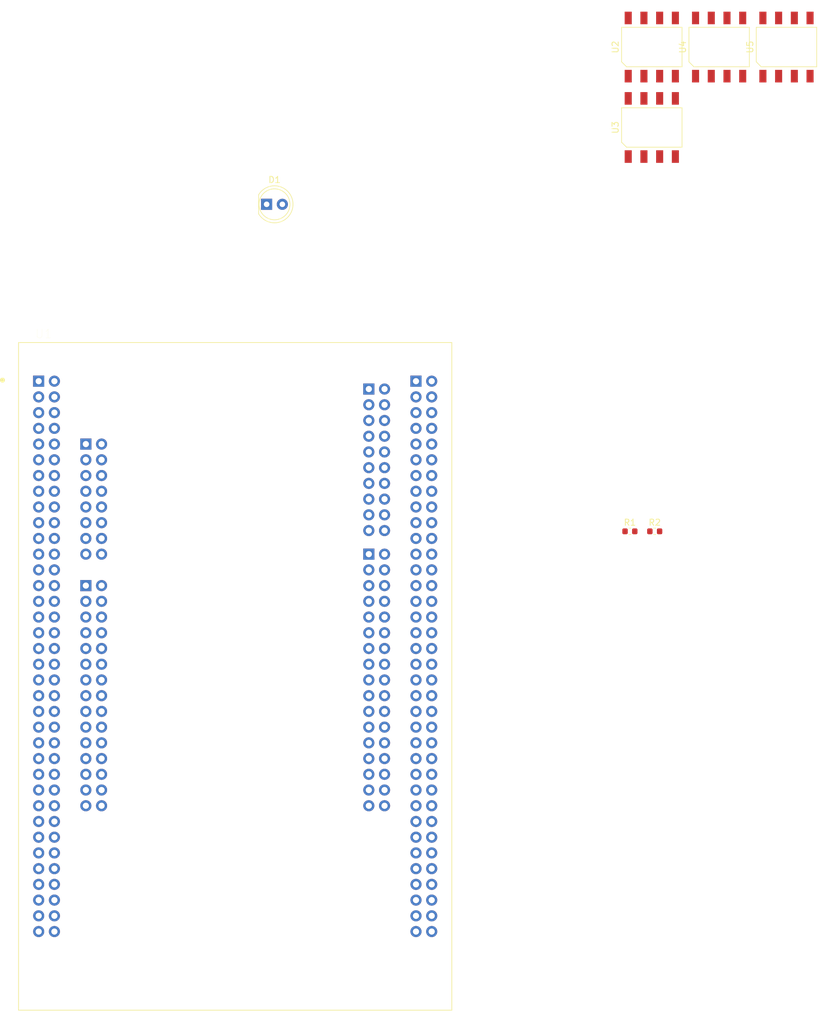
<source format=kicad_pcb>
(kicad_pcb (version 20171130) (host pcbnew "(5.1.5)-3")

  (general
    (thickness 1.6)
    (drawings 0)
    (tracks 0)
    (zones 0)
    (modules 8)
    (nets 258)
  )

  (page A4)
  (layers
    (0 F.Cu signal)
    (31 B.Cu signal)
    (32 B.Adhes user)
    (33 F.Adhes user)
    (34 B.Paste user)
    (35 F.Paste user)
    (36 B.SilkS user)
    (37 F.SilkS user)
    (38 B.Mask user)
    (39 F.Mask user)
    (40 Dwgs.User user)
    (41 Cmts.User user)
    (42 Eco1.User user)
    (43 Eco2.User user)
    (44 Edge.Cuts user)
    (45 Margin user)
    (46 B.CrtYd user)
    (47 F.CrtYd user)
    (48 B.Fab user)
    (49 F.Fab user)
  )

  (setup
    (last_trace_width 0.25)
    (trace_clearance 0.2)
    (zone_clearance 0.508)
    (zone_45_only no)
    (trace_min 0.2)
    (via_size 0.8)
    (via_drill 0.4)
    (via_min_size 0.4)
    (via_min_drill 0.3)
    (uvia_size 0.3)
    (uvia_drill 0.1)
    (uvias_allowed no)
    (uvia_min_size 0.2)
    (uvia_min_drill 0.1)
    (edge_width 0.1)
    (segment_width 0.2)
    (pcb_text_width 0.3)
    (pcb_text_size 1.5 1.5)
    (mod_edge_width 0.15)
    (mod_text_size 1 1)
    (mod_text_width 0.15)
    (pad_size 1.524 1.524)
    (pad_drill 0.762)
    (pad_to_mask_clearance 0)
    (aux_axis_origin 0 0)
    (visible_elements FFFFFF7F)
    (pcbplotparams
      (layerselection 0x010fc_ffffffff)
      (usegerberextensions false)
      (usegerberattributes false)
      (usegerberadvancedattributes false)
      (creategerberjobfile false)
      (excludeedgelayer true)
      (linewidth 0.100000)
      (plotframeref false)
      (viasonmask false)
      (mode 1)
      (useauxorigin false)
      (hpglpennumber 1)
      (hpglpenspeed 20)
      (hpglpendiameter 15.000000)
      (psnegative false)
      (psa4output false)
      (plotreference true)
      (plotvalue true)
      (plotinvisibletext false)
      (padsonsilk false)
      (subtractmaskfromsilk false)
      (outputformat 1)
      (mirror false)
      (drillshape 1)
      (scaleselection 1)
      (outputdirectory ""))
  )

  (net 0 "")
  (net 1 "Net-(U1-PadCN11_1)")
  (net 2 "Net-(U1-PadCN11_2)")
  (net 3 "Net-(U1-PadCN11_3)")
  (net 4 "Net-(U1-PadCN11_4)")
  (net 5 "Net-(U1-PadCN11_5)")
  (net 6 "Net-(U1-PadCN11_6)")
  (net 7 "Net-(U1-PadCN11_7)")
  (net 8 "Net-(U1-PadCN11_19)")
  (net 9 "Net-(U1-PadCN11_9)")
  (net 10 "Net-(U1-PadCN11_11)")
  (net 11 "Net-(U1-PadCN11_12)")
  (net 12 "Net-(U1-PadCN11_13)")
  (net 13 "Net-(U1-PadCN11_14)")
  (net 14 "Net-(U1-PadCN11_15)")
  (net 15 "Net-(U1-PadCN11_16)")
  (net 16 "Net-(U1-PadCN11_17)")
  (net 17 "Net-(U1-PadCN11_18)")
  (net 18 "Net-(U1-PadCN11_21)")
  (net 19 "Net-(U1-PadCN11_23)")
  (net 20 "Net-(U1-PadCN11_24)")
  (net 21 "Net-(U1-PadCN11_25)")
  (net 22 "Net-(U1-PadCN11_27)")
  (net 23 "Net-(U1-PadCN11_28)")
  (net 24 "Net-(U1-PadCN11_29)")
  (net 25 "Net-(U1-PadCN11_30)")
  (net 26 "Net-(U1-PadCN11_31)")
  (net 27 "Net-(U1-PadCN11_32)")
  (net 28 "Net-(U1-PadCN11_33)")
  (net 29 "Net-(U1-PadCN11_34)")
  (net 30 "Net-(U1-PadCN11_35)")
  (net 31 "Net-(U1-PadCN11_36)")
  (net 32 "Net-(U1-PadCN11_37)")
  (net 33 "Net-(U1-PadCN11_38)")
  (net 34 "Net-(U1-PadCN11_39)")
  (net 35 "Net-(U1-PadCN11_40)")
  (net 36 "Net-(U1-PadCN11_41)")
  (net 37 "Net-(U1-PadCN11_42)")
  (net 38 "Net-(U1-PadCN11_43)")
  (net 39 "Net-(U1-PadCN11_44)")
  (net 40 "Net-(U1-PadCN11_45)")
  (net 41 "Net-(U1-PadCN11_46)")
  (net 42 "Net-(U1-PadCN11_47)")
  (net 43 "Net-(U1-PadCN11_48)")
  (net 44 "Net-(U1-PadCN11_50)")
  (net 45 "Net-(U1-PadCN11_51)")
  (net 46 "Net-(U1-PadCN11_52)")
  (net 47 "Net-(U1-PadCN11_53)")
  (net 48 "Net-(U1-PadCN11_54)")
  (net 49 "Net-(U1-PadCN11_55)")
  (net 50 "Net-(U1-PadCN11_56)")
  (net 51 "Net-(U1-PadCN11_57)")
  (net 52 "Net-(U1-PadCN11_58)")
  (net 53 "Net-(U1-PadCN11_59)")
  (net 54 "Net-(U1-PadCN11_61)")
  (net 55 "Net-(U1-PadCN11_62)")
  (net 56 "Net-(U1-PadCN11_63)")
  (net 57 "Net-(U1-PadCN11_64)")
  (net 58 "Net-(U1-PadCN11_65)")
  (net 59 "Net-(U1-PadCN11_66)")
  (net 60 "Net-(U1-PadCN11_68)")
  (net 61 "Net-(U1-PadCN11_69)")
  (net 62 "Net-(U1-PadCN11_70)")
  (net 63 "Net-(U1-PadCN8_2)")
  (net 64 "Net-(U1-PadCN8_3)")
  (net 65 "Net-(U1-PadCN8_4)")
  (net 66 "Net-(U1-PadCN8_5)")
  (net 67 "Net-(U1-PadCN8_6)")
  (net 68 "Net-(U1-PadCN8_7)")
  (net 69 "Net-(U1-PadCN8_8)")
  (net 70 "Net-(U1-PadCN8_9)")
  (net 71 "Net-(U1-PadCN8_10)")
  (net 72 "Net-(U1-PadCN8_11)")
  (net 73 "Net-(U1-PadCN8_12)")
  (net 74 "Net-(U1-PadCN8_14)")
  (net 75 "Net-(U1-PadCN8_15)")
  (net 76 "Net-(U1-PadCN8_16)")
  (net 77 "Net-(U1-PadCN9_1)")
  (net 78 "Net-(U1-PadCN9_2)")
  (net 79 "Net-(U1-PadCN9_3)")
  (net 80 "Net-(U1-PadCN9_4)")
  (net 81 "Net-(U1-PadCN9_5)")
  (net 82 "Net-(U1-PadCN9_6)")
  (net 83 "Net-(U1-PadCN9_7)")
  (net 84 "Net-(U1-PadCN9_8)")
  (net 85 "Net-(U1-PadCN9_9)")
  (net 86 "Net-(U1-PadCN9_10)")
  (net 87 "Net-(U1-PadCN9_11)")
  (net 88 "Net-(U1-PadCN9_12)")
  (net 89 "Net-(U1-PadCN9_13)")
  (net 90 "Net-(U1-PadCN9_14)")
  (net 91 "Net-(U1-PadCN9_15)")
  (net 92 "Net-(U1-PadCN9_16)")
  (net 93 "Net-(U1-PadCN9_17)")
  (net 94 "Net-(U1-PadCN9_18)")
  (net 95 "Net-(U1-PadCN9_19)")
  (net 96 "Net-(U1-PadCN9_20)")
  (net 97 "Net-(U1-PadCN9_21)")
  (net 98 "Net-(U1-PadCN9_22)")
  (net 99 "Net-(U1-PadCN9_24)")
  (net 100 "Net-(U1-PadCN9_25)")
  (net 101 "Net-(U1-PadCN9_26)")
  (net 102 "Net-(U1-PadCN9_27)")
  (net 103 "Net-(U1-PadCN9_28)")
  (net 104 "Net-(U1-PadCN9_29)")
  (net 105 "Net-(U1-PadCN9_30)")
  (net 106 "Net-(U1-PadCN7_1)")
  (net 107 "Net-(U1-PadCN7_3)")
  (net 108 "Net-(U1-PadCN7_5)")
  (net 109 "Net-(U1-PadCN7_6)")
  (net 110 "Net-(U1-PadCN7_7)")
  (net 111 "Net-(U1-PadCN7_8)")
  (net 112 "Net-(U1-PadCN7_9)")
  (net 113 "Net-(U1-PadCN7_10)")
  (net 114 "Net-(U1-PadCN7_11)")
  (net 115 "Net-(U1-PadCN7_12)")
  (net 116 "Net-(U1-PadCN7_13)")
  (net 117 "Net-(U1-PadCN7_14)")
  (net 118 "Net-(U1-PadCN7_15)")
  (net 119 "Net-(U1-PadCN7_16)")
  (net 120 "Net-(U1-PadCN7_17)")
  (net 121 "Net-(U1-PadCN7_18)")
  (net 122 "Net-(U1-PadCN7_19)")
  (net 123 "Net-(U1-PadCN10_1)")
  (net 124 "Net-(U1-PadCN10_2)")
  (net 125 "Net-(U1-PadCN10_3)")
  (net 126 "Net-(U1-PadCN10_4)")
  (net 127 "Net-(U1-PadCN10_17)")
  (net 128 "Net-(U1-PadCN10_6)")
  (net 129 "Net-(U1-PadCN10_7)")
  (net 130 "Net-(U1-PadCN10_8)")
  (net 131 "Net-(U1-PadCN10_9)")
  (net 132 "Net-(U1-PadCN10_10)")
  (net 133 "Net-(U1-PadCN10_11)")
  (net 134 "Net-(U1-PadCN10_12)")
  (net 135 "Net-(U1-PadCN10_13)")
  (net 136 "Net-(U1-PadCN10_14)")
  (net 137 "Net-(U1-PadCN10_15)")
  (net 138 "Net-(U1-PadCN10_16)")
  (net 139 "Net-(U1-PadCN10_18)")
  (net 140 "Net-(U1-PadCN10_19)")
  (net 141 "Net-(U1-PadCN10_20)")
  (net 142 "Net-(U1-PadCN10_21)")
  (net 143 "Net-(U1-PadCN10_23)")
  (net 144 "Net-(U1-PadCN10_24)")
  (net 145 "Net-(U1-PadCN10_25)")
  (net 146 "Net-(U1-PadCN10_26)")
  (net 147 "Net-(U1-PadCN10_28)")
  (net 148 "Net-(U1-PadCN10_29)")
  (net 149 "Net-(U1-PadCN10_30)")
  (net 150 "Net-(U1-PadCN10_31)")
  (net 151 "Net-(U1-PadCN10_32)")
  (net 152 "Net-(U1-PadCN10_33)")
  (net 153 "Net-(U1-PadCN10_34)")
  (net 154 "Net-(U1-PadCN12_1)")
  (net 155 "Net-(U1-PadCN12_2)")
  (net 156 "Net-(U1-PadCN12_3)")
  (net 157 "Net-(U1-PadCN12_4)")
  (net 158 "Net-(U1-PadCN12_5)")
  (net 159 "Net-(U1-PadCN12_6)")
  (net 160 "Net-(U1-PadCN12_7)")
  (net 161 "Net-(U1-PadCN12_8)")
  (net 162 "Net-(U1-PadCN12_20)")
  (net 163 "Net-(U1-PadCN12_10)")
  (net 164 "Net-(U1-PadCN12_11)")
  (net 165 "Net-(U1-PadCN12_12)")
  (net 166 "Net-(U1-PadCN12_13)")
  (net 167 "Net-(U1-PadCN12_14)")
  (net 168 "Net-(U1-PadCN12_15)")
  (net 169 "Net-(U1-PadCN12_16)")
  (net 170 "Net-(U1-PadCN12_17)")
  (net 171 "Net-(U1-PadCN12_18)")
  (net 172 "Net-(U1-PadCN12_19)")
  (net 173 "Net-(U1-PadCN12_21)")
  (net 174 "Net-(U1-PadCN12_22)")
  (net 175 "Net-(U1-PadCN12_23)")
  (net 176 "Net-(U1-PadCN12_24)")
  (net 177 "Net-(U1-PadCN12_25)")
  (net 178 "Net-(U1-PadCN12_26)")
  (net 179 "Net-(U1-PadCN12_27)")
  (net 180 "Net-(U1-PadCN12_28)")
  (net 181 "Net-(U1-PadCN12_29)")
  (net 182 "Net-(U1-PadCN12_30)")
  (net 183 "Net-(U1-PadCN12_31)")
  (net 184 "Net-(U1-PadCN12_32)")
  (net 185 "Net-(U1-PadCN12_33)")
  (net 186 "Net-(U1-PadCN12_34)")
  (net 187 "Net-(U1-PadCN12_35)")
  (net 188 "Net-(U1-PadCN12_36)")
  (net 189 "Net-(U1-PadCN12_37)")
  (net 190 "Net-(U1-PadCN12_38)")
  (net 191 "Net-(U1-PadCN12_40)")
  (net 192 "Net-(U1-PadCN12_41)")
  (net 193 "Net-(U1-PadCN12_42)")
  (net 194 "Net-(U1-PadCN12_43)")
  (net 195 "Net-(U1-PadCN12_44)")
  (net 196 "Net-(U1-PadCN12_45)")
  (net 197 "Net-(U1-PadCN12_46)")
  (net 198 "Net-(U1-PadCN12_47)")
  (net 199 "Net-(U1-PadCN12_48)")
  (net 200 "Net-(U1-PadCN12_49)")
  (net 201 "Net-(U1-PadCN12_50)")
  (net 202 "Net-(U1-PadCN12_51)")
  (net 203 "Net-(U1-PadCN12_52)")
  (net 204 "Net-(U1-PadCN12_53)")
  (net 205 "Net-(U1-PadCN12_55)")
  (net 206 "Net-(U1-PadCN12_56)")
  (net 207 "Net-(U1-PadCN12_57)")
  (net 208 "Net-(U1-PadCN12_58)")
  (net 209 "Net-(U1-PadCN12_59)")
  (net 210 "Net-(U1-PadCN12_60)")
  (net 211 "Net-(U1-PadCN12_61)")
  (net 212 "Net-(U1-PadCN12_62)")
  (net 213 "Net-(U1-PadCN12_64)")
  (net 214 "Net-(U1-PadCN12_65)")
  (net 215 "Net-(U1-PadCN12_66)")
  (net 216 "Net-(U1-PadCN12_67)")
  (net 217 "Net-(U1-PadCN12_68)")
  (net 218 "Net-(U1-PadCN12_69)")
  (net 219 "Net-(U1-PadCN12_70)")
  (net 220 LED-EN1)
  (net 221 "Net-(D1-Pad1)")
  (net 222 I2C-SCL)
  (net 223 "Net-(R1-Pad1)")
  (net 224 I2C-SDA)
  (net 225 "Net-(R2-Pad1)")
  (net 226 "Net-(U2-Pad4)")
  (net 227 "Net-(U2-Pad5)")
  (net 228 "Net-(U2-Pad3)")
  (net 229 "Net-(U2-Pad6)")
  (net 230 "Net-(U2-Pad2)")
  (net 231 "Net-(U2-Pad7)")
  (net 232 "Net-(U2-Pad1)")
  (net 233 "Net-(U2-Pad8)")
  (net 234 "Net-(U3-Pad4)")
  (net 235 "Net-(U3-Pad5)")
  (net 236 "Net-(U3-Pad3)")
  (net 237 "Net-(U3-Pad6)")
  (net 238 "Net-(U3-Pad2)")
  (net 239 "Net-(U3-Pad7)")
  (net 240 "Net-(U3-Pad1)")
  (net 241 "Net-(U3-Pad8)")
  (net 242 "Net-(U4-Pad4)")
  (net 243 "Net-(U4-Pad5)")
  (net 244 "Net-(U4-Pad3)")
  (net 245 "Net-(U4-Pad6)")
  (net 246 "Net-(U4-Pad2)")
  (net 247 "Net-(U4-Pad7)")
  (net 248 "Net-(U4-Pad1)")
  (net 249 "Net-(U4-Pad8)")
  (net 250 "Net-(U5-Pad4)")
  (net 251 "Net-(U5-Pad5)")
  (net 252 "Net-(U5-Pad3)")
  (net 253 "Net-(U5-Pad6)")
  (net 254 "Net-(U5-Pad2)")
  (net 255 "Net-(U5-Pad7)")
  (net 256 "Net-(U5-Pad1)")
  (net 257 "Net-(U5-Pad8)")

  (net_class Default "This is the default net class."
    (clearance 0.2)
    (trace_width 0.25)
    (via_dia 0.8)
    (via_drill 0.4)
    (uvia_dia 0.3)
    (uvia_drill 0.1)
    (add_net I2C-SCL)
    (add_net I2C-SDA)
    (add_net LED-EN1)
    (add_net "Net-(D1-Pad1)")
    (add_net "Net-(R1-Pad1)")
    (add_net "Net-(R2-Pad1)")
    (add_net "Net-(U1-PadCN10_1)")
    (add_net "Net-(U1-PadCN10_10)")
    (add_net "Net-(U1-PadCN10_11)")
    (add_net "Net-(U1-PadCN10_12)")
    (add_net "Net-(U1-PadCN10_13)")
    (add_net "Net-(U1-PadCN10_14)")
    (add_net "Net-(U1-PadCN10_15)")
    (add_net "Net-(U1-PadCN10_16)")
    (add_net "Net-(U1-PadCN10_17)")
    (add_net "Net-(U1-PadCN10_18)")
    (add_net "Net-(U1-PadCN10_19)")
    (add_net "Net-(U1-PadCN10_2)")
    (add_net "Net-(U1-PadCN10_20)")
    (add_net "Net-(U1-PadCN10_21)")
    (add_net "Net-(U1-PadCN10_23)")
    (add_net "Net-(U1-PadCN10_24)")
    (add_net "Net-(U1-PadCN10_25)")
    (add_net "Net-(U1-PadCN10_26)")
    (add_net "Net-(U1-PadCN10_28)")
    (add_net "Net-(U1-PadCN10_29)")
    (add_net "Net-(U1-PadCN10_3)")
    (add_net "Net-(U1-PadCN10_30)")
    (add_net "Net-(U1-PadCN10_31)")
    (add_net "Net-(U1-PadCN10_32)")
    (add_net "Net-(U1-PadCN10_33)")
    (add_net "Net-(U1-PadCN10_34)")
    (add_net "Net-(U1-PadCN10_4)")
    (add_net "Net-(U1-PadCN10_6)")
    (add_net "Net-(U1-PadCN10_7)")
    (add_net "Net-(U1-PadCN10_8)")
    (add_net "Net-(U1-PadCN10_9)")
    (add_net "Net-(U1-PadCN11_1)")
    (add_net "Net-(U1-PadCN11_11)")
    (add_net "Net-(U1-PadCN11_12)")
    (add_net "Net-(U1-PadCN11_13)")
    (add_net "Net-(U1-PadCN11_14)")
    (add_net "Net-(U1-PadCN11_15)")
    (add_net "Net-(U1-PadCN11_16)")
    (add_net "Net-(U1-PadCN11_17)")
    (add_net "Net-(U1-PadCN11_18)")
    (add_net "Net-(U1-PadCN11_19)")
    (add_net "Net-(U1-PadCN11_2)")
    (add_net "Net-(U1-PadCN11_21)")
    (add_net "Net-(U1-PadCN11_23)")
    (add_net "Net-(U1-PadCN11_24)")
    (add_net "Net-(U1-PadCN11_25)")
    (add_net "Net-(U1-PadCN11_27)")
    (add_net "Net-(U1-PadCN11_28)")
    (add_net "Net-(U1-PadCN11_29)")
    (add_net "Net-(U1-PadCN11_3)")
    (add_net "Net-(U1-PadCN11_30)")
    (add_net "Net-(U1-PadCN11_31)")
    (add_net "Net-(U1-PadCN11_32)")
    (add_net "Net-(U1-PadCN11_33)")
    (add_net "Net-(U1-PadCN11_34)")
    (add_net "Net-(U1-PadCN11_35)")
    (add_net "Net-(U1-PadCN11_36)")
    (add_net "Net-(U1-PadCN11_37)")
    (add_net "Net-(U1-PadCN11_38)")
    (add_net "Net-(U1-PadCN11_39)")
    (add_net "Net-(U1-PadCN11_4)")
    (add_net "Net-(U1-PadCN11_40)")
    (add_net "Net-(U1-PadCN11_41)")
    (add_net "Net-(U1-PadCN11_42)")
    (add_net "Net-(U1-PadCN11_43)")
    (add_net "Net-(U1-PadCN11_44)")
    (add_net "Net-(U1-PadCN11_45)")
    (add_net "Net-(U1-PadCN11_46)")
    (add_net "Net-(U1-PadCN11_47)")
    (add_net "Net-(U1-PadCN11_48)")
    (add_net "Net-(U1-PadCN11_5)")
    (add_net "Net-(U1-PadCN11_50)")
    (add_net "Net-(U1-PadCN11_51)")
    (add_net "Net-(U1-PadCN11_52)")
    (add_net "Net-(U1-PadCN11_53)")
    (add_net "Net-(U1-PadCN11_54)")
    (add_net "Net-(U1-PadCN11_55)")
    (add_net "Net-(U1-PadCN11_56)")
    (add_net "Net-(U1-PadCN11_57)")
    (add_net "Net-(U1-PadCN11_58)")
    (add_net "Net-(U1-PadCN11_59)")
    (add_net "Net-(U1-PadCN11_6)")
    (add_net "Net-(U1-PadCN11_61)")
    (add_net "Net-(U1-PadCN11_62)")
    (add_net "Net-(U1-PadCN11_63)")
    (add_net "Net-(U1-PadCN11_64)")
    (add_net "Net-(U1-PadCN11_65)")
    (add_net "Net-(U1-PadCN11_66)")
    (add_net "Net-(U1-PadCN11_68)")
    (add_net "Net-(U1-PadCN11_69)")
    (add_net "Net-(U1-PadCN11_7)")
    (add_net "Net-(U1-PadCN11_70)")
    (add_net "Net-(U1-PadCN11_9)")
    (add_net "Net-(U1-PadCN12_1)")
    (add_net "Net-(U1-PadCN12_10)")
    (add_net "Net-(U1-PadCN12_11)")
    (add_net "Net-(U1-PadCN12_12)")
    (add_net "Net-(U1-PadCN12_13)")
    (add_net "Net-(U1-PadCN12_14)")
    (add_net "Net-(U1-PadCN12_15)")
    (add_net "Net-(U1-PadCN12_16)")
    (add_net "Net-(U1-PadCN12_17)")
    (add_net "Net-(U1-PadCN12_18)")
    (add_net "Net-(U1-PadCN12_19)")
    (add_net "Net-(U1-PadCN12_2)")
    (add_net "Net-(U1-PadCN12_20)")
    (add_net "Net-(U1-PadCN12_21)")
    (add_net "Net-(U1-PadCN12_22)")
    (add_net "Net-(U1-PadCN12_23)")
    (add_net "Net-(U1-PadCN12_24)")
    (add_net "Net-(U1-PadCN12_25)")
    (add_net "Net-(U1-PadCN12_26)")
    (add_net "Net-(U1-PadCN12_27)")
    (add_net "Net-(U1-PadCN12_28)")
    (add_net "Net-(U1-PadCN12_29)")
    (add_net "Net-(U1-PadCN12_3)")
    (add_net "Net-(U1-PadCN12_30)")
    (add_net "Net-(U1-PadCN12_31)")
    (add_net "Net-(U1-PadCN12_32)")
    (add_net "Net-(U1-PadCN12_33)")
    (add_net "Net-(U1-PadCN12_34)")
    (add_net "Net-(U1-PadCN12_35)")
    (add_net "Net-(U1-PadCN12_36)")
    (add_net "Net-(U1-PadCN12_37)")
    (add_net "Net-(U1-PadCN12_38)")
    (add_net "Net-(U1-PadCN12_4)")
    (add_net "Net-(U1-PadCN12_40)")
    (add_net "Net-(U1-PadCN12_41)")
    (add_net "Net-(U1-PadCN12_42)")
    (add_net "Net-(U1-PadCN12_43)")
    (add_net "Net-(U1-PadCN12_44)")
    (add_net "Net-(U1-PadCN12_45)")
    (add_net "Net-(U1-PadCN12_46)")
    (add_net "Net-(U1-PadCN12_47)")
    (add_net "Net-(U1-PadCN12_48)")
    (add_net "Net-(U1-PadCN12_49)")
    (add_net "Net-(U1-PadCN12_5)")
    (add_net "Net-(U1-PadCN12_50)")
    (add_net "Net-(U1-PadCN12_51)")
    (add_net "Net-(U1-PadCN12_52)")
    (add_net "Net-(U1-PadCN12_53)")
    (add_net "Net-(U1-PadCN12_55)")
    (add_net "Net-(U1-PadCN12_56)")
    (add_net "Net-(U1-PadCN12_57)")
    (add_net "Net-(U1-PadCN12_58)")
    (add_net "Net-(U1-PadCN12_59)")
    (add_net "Net-(U1-PadCN12_6)")
    (add_net "Net-(U1-PadCN12_60)")
    (add_net "Net-(U1-PadCN12_61)")
    (add_net "Net-(U1-PadCN12_62)")
    (add_net "Net-(U1-PadCN12_64)")
    (add_net "Net-(U1-PadCN12_65)")
    (add_net "Net-(U1-PadCN12_66)")
    (add_net "Net-(U1-PadCN12_67)")
    (add_net "Net-(U1-PadCN12_68)")
    (add_net "Net-(U1-PadCN12_69)")
    (add_net "Net-(U1-PadCN12_7)")
    (add_net "Net-(U1-PadCN12_70)")
    (add_net "Net-(U1-PadCN12_8)")
    (add_net "Net-(U1-PadCN7_1)")
    (add_net "Net-(U1-PadCN7_10)")
    (add_net "Net-(U1-PadCN7_11)")
    (add_net "Net-(U1-PadCN7_12)")
    (add_net "Net-(U1-PadCN7_13)")
    (add_net "Net-(U1-PadCN7_14)")
    (add_net "Net-(U1-PadCN7_15)")
    (add_net "Net-(U1-PadCN7_16)")
    (add_net "Net-(U1-PadCN7_17)")
    (add_net "Net-(U1-PadCN7_18)")
    (add_net "Net-(U1-PadCN7_19)")
    (add_net "Net-(U1-PadCN7_3)")
    (add_net "Net-(U1-PadCN7_5)")
    (add_net "Net-(U1-PadCN7_6)")
    (add_net "Net-(U1-PadCN7_7)")
    (add_net "Net-(U1-PadCN7_8)")
    (add_net "Net-(U1-PadCN7_9)")
    (add_net "Net-(U1-PadCN8_10)")
    (add_net "Net-(U1-PadCN8_11)")
    (add_net "Net-(U1-PadCN8_12)")
    (add_net "Net-(U1-PadCN8_14)")
    (add_net "Net-(U1-PadCN8_15)")
    (add_net "Net-(U1-PadCN8_16)")
    (add_net "Net-(U1-PadCN8_2)")
    (add_net "Net-(U1-PadCN8_3)")
    (add_net "Net-(U1-PadCN8_4)")
    (add_net "Net-(U1-PadCN8_5)")
    (add_net "Net-(U1-PadCN8_6)")
    (add_net "Net-(U1-PadCN8_7)")
    (add_net "Net-(U1-PadCN8_8)")
    (add_net "Net-(U1-PadCN8_9)")
    (add_net "Net-(U1-PadCN9_1)")
    (add_net "Net-(U1-PadCN9_10)")
    (add_net "Net-(U1-PadCN9_11)")
    (add_net "Net-(U1-PadCN9_12)")
    (add_net "Net-(U1-PadCN9_13)")
    (add_net "Net-(U1-PadCN9_14)")
    (add_net "Net-(U1-PadCN9_15)")
    (add_net "Net-(U1-PadCN9_16)")
    (add_net "Net-(U1-PadCN9_17)")
    (add_net "Net-(U1-PadCN9_18)")
    (add_net "Net-(U1-PadCN9_19)")
    (add_net "Net-(U1-PadCN9_2)")
    (add_net "Net-(U1-PadCN9_20)")
    (add_net "Net-(U1-PadCN9_21)")
    (add_net "Net-(U1-PadCN9_22)")
    (add_net "Net-(U1-PadCN9_24)")
    (add_net "Net-(U1-PadCN9_25)")
    (add_net "Net-(U1-PadCN9_26)")
    (add_net "Net-(U1-PadCN9_27)")
    (add_net "Net-(U1-PadCN9_28)")
    (add_net "Net-(U1-PadCN9_29)")
    (add_net "Net-(U1-PadCN9_3)")
    (add_net "Net-(U1-PadCN9_30)")
    (add_net "Net-(U1-PadCN9_4)")
    (add_net "Net-(U1-PadCN9_5)")
    (add_net "Net-(U1-PadCN9_6)")
    (add_net "Net-(U1-PadCN9_7)")
    (add_net "Net-(U1-PadCN9_8)")
    (add_net "Net-(U1-PadCN9_9)")
    (add_net "Net-(U2-Pad1)")
    (add_net "Net-(U2-Pad2)")
    (add_net "Net-(U2-Pad3)")
    (add_net "Net-(U2-Pad4)")
    (add_net "Net-(U2-Pad5)")
    (add_net "Net-(U2-Pad6)")
    (add_net "Net-(U2-Pad7)")
    (add_net "Net-(U2-Pad8)")
    (add_net "Net-(U3-Pad1)")
    (add_net "Net-(U3-Pad2)")
    (add_net "Net-(U3-Pad3)")
    (add_net "Net-(U3-Pad4)")
    (add_net "Net-(U3-Pad5)")
    (add_net "Net-(U3-Pad6)")
    (add_net "Net-(U3-Pad7)")
    (add_net "Net-(U3-Pad8)")
    (add_net "Net-(U4-Pad1)")
    (add_net "Net-(U4-Pad2)")
    (add_net "Net-(U4-Pad3)")
    (add_net "Net-(U4-Pad4)")
    (add_net "Net-(U4-Pad5)")
    (add_net "Net-(U4-Pad6)")
    (add_net "Net-(U4-Pad7)")
    (add_net "Net-(U4-Pad8)")
    (add_net "Net-(U5-Pad1)")
    (add_net "Net-(U5-Pad2)")
    (add_net "Net-(U5-Pad3)")
    (add_net "Net-(U5-Pad4)")
    (add_net "Net-(U5-Pad5)")
    (add_net "Net-(U5-Pad6)")
    (add_net "Net-(U5-Pad7)")
    (add_net "Net-(U5-Pad8)")
  )

  (module Vent4All:HSCMRRN100MDSA3_SOIC-8 (layer F.Cu) (tedit 5EB880F2) (tstamp 5EB8EDFC)
    (at 179.24 30.48)
    (descr "HSCMRRN100MDSA3, Pressure Sensor SMD")
    (tags SOIC-8)
    (path /5EBC8AEF/5EBCC9C1)
    (attr smd)
    (fp_text reference U5 (at -5.8815 0 90) (layer F.SilkS)
      (effects (font (size 1 1) (thickness 0.15)))
    )
    (fp_text value HSCMRRN100MDSA3 (at 6.35 0 90) (layer F.Fab)
      (effects (font (size 1 1) (thickness 0.15)))
    )
    (fp_line (start -4.63 5.97) (end -4.63 -5.97) (layer F.CrtYd) (width 0.05))
    (fp_line (start 4.63 5.97) (end -4.63 5.97) (layer F.CrtYd) (width 0.05))
    (fp_line (start 4.63 -5.97) (end 4.63 5.97) (layer F.CrtYd) (width 0.05))
    (fp_line (start -4.63 -5.97) (end 4.63 -5.97) (layer F.CrtYd) (width 0.05))
    (fp_line (start 4.8815 3.184) (end -4.0815 3.184) (layer F.SilkS) (width 0.12))
    (fp_line (start 4.8815 -3.184) (end 4.8815 3.184) (layer F.SilkS) (width 0.12))
    (fp_line (start -4.8815 -3.184) (end 4.8815 -3.184) (layer F.SilkS) (width 0.12))
    (fp_line (start -4.8815 2.384) (end -4.8815 -3.184) (layer F.SilkS) (width 0.12))
    (fp_line (start -4.0815 3.184) (end -4.8815 2.384) (layer F.SilkS) (width 0.12))
    (pad 4 smd rect (at 3.81 4.7) (size 1.143 2.032) (layers F.Cu F.Paste F.Mask)
      (net 250 "Net-(U5-Pad4)"))
    (pad 5 smd rect (at 3.81 -4.7) (size 1.143 2.032) (layers F.Cu F.Paste F.Mask)
      (net 251 "Net-(U5-Pad5)"))
    (pad 3 smd rect (at 1.27 4.7) (size 1.143 2.032) (layers F.Cu F.Paste F.Mask)
      (net 252 "Net-(U5-Pad3)"))
    (pad 6 smd rect (at 1.27 -4.7) (size 1.143 2.032) (layers F.Cu F.Paste F.Mask)
      (net 253 "Net-(U5-Pad6)"))
    (pad 2 smd rect (at -1.27 4.7) (size 1.143 2.032) (layers F.Cu F.Paste F.Mask)
      (net 254 "Net-(U5-Pad2)"))
    (pad 7 smd rect (at -1.27 -4.7) (size 1.143 2.032) (layers F.Cu F.Paste F.Mask)
      (net 255 "Net-(U5-Pad7)"))
    (pad 1 smd rect (at -3.81 4.7) (size 1.143 2.032) (layers F.Cu F.Paste F.Mask)
      (net 256 "Net-(U5-Pad1)"))
    (pad 8 smd rect (at -3.81 -4.7) (size 1.143 2.032) (layers F.Cu F.Paste F.Mask)
      (net 257 "Net-(U5-Pad8)"))
  )

  (module Vent4All:HSCMRRN100MDSA3_SOIC-8 (layer F.Cu) (tedit 5EB880F2) (tstamp 5EB8EDE7)
    (at 168.36 30.48)
    (descr "HSCMRRN100MDSA3, Pressure Sensor SMD")
    (tags SOIC-8)
    (path /5EBC8AEF/5EBCC5F2)
    (attr smd)
    (fp_text reference U4 (at -5.8815 0 90) (layer F.SilkS)
      (effects (font (size 1 1) (thickness 0.15)))
    )
    (fp_text value HSCMRRN100MDSA3 (at 6.35 0 90) (layer F.Fab)
      (effects (font (size 1 1) (thickness 0.15)))
    )
    (fp_line (start -4.63 5.97) (end -4.63 -5.97) (layer F.CrtYd) (width 0.05))
    (fp_line (start 4.63 5.97) (end -4.63 5.97) (layer F.CrtYd) (width 0.05))
    (fp_line (start 4.63 -5.97) (end 4.63 5.97) (layer F.CrtYd) (width 0.05))
    (fp_line (start -4.63 -5.97) (end 4.63 -5.97) (layer F.CrtYd) (width 0.05))
    (fp_line (start 4.8815 3.184) (end -4.0815 3.184) (layer F.SilkS) (width 0.12))
    (fp_line (start 4.8815 -3.184) (end 4.8815 3.184) (layer F.SilkS) (width 0.12))
    (fp_line (start -4.8815 -3.184) (end 4.8815 -3.184) (layer F.SilkS) (width 0.12))
    (fp_line (start -4.8815 2.384) (end -4.8815 -3.184) (layer F.SilkS) (width 0.12))
    (fp_line (start -4.0815 3.184) (end -4.8815 2.384) (layer F.SilkS) (width 0.12))
    (pad 4 smd rect (at 3.81 4.7) (size 1.143 2.032) (layers F.Cu F.Paste F.Mask)
      (net 242 "Net-(U4-Pad4)"))
    (pad 5 smd rect (at 3.81 -4.7) (size 1.143 2.032) (layers F.Cu F.Paste F.Mask)
      (net 243 "Net-(U4-Pad5)"))
    (pad 3 smd rect (at 1.27 4.7) (size 1.143 2.032) (layers F.Cu F.Paste F.Mask)
      (net 244 "Net-(U4-Pad3)"))
    (pad 6 smd rect (at 1.27 -4.7) (size 1.143 2.032) (layers F.Cu F.Paste F.Mask)
      (net 245 "Net-(U4-Pad6)"))
    (pad 2 smd rect (at -1.27 4.7) (size 1.143 2.032) (layers F.Cu F.Paste F.Mask)
      (net 246 "Net-(U4-Pad2)"))
    (pad 7 smd rect (at -1.27 -4.7) (size 1.143 2.032) (layers F.Cu F.Paste F.Mask)
      (net 247 "Net-(U4-Pad7)"))
    (pad 1 smd rect (at -3.81 4.7) (size 1.143 2.032) (layers F.Cu F.Paste F.Mask)
      (net 248 "Net-(U4-Pad1)"))
    (pad 8 smd rect (at -3.81 -4.7) (size 1.143 2.032) (layers F.Cu F.Paste F.Mask)
      (net 249 "Net-(U4-Pad8)"))
  )

  (module Vent4All:HSCMRRN100MDSA3_SOIC-8 (layer F.Cu) (tedit 5EB880F2) (tstamp 5EB8EDD2)
    (at 157.48 43.47)
    (descr "HSCMRRN100MDSA3, Pressure Sensor SMD")
    (tags SOIC-8)
    (path /5EBC8AEF/5EBCBFD8)
    (attr smd)
    (fp_text reference U3 (at -5.8815 0 90) (layer F.SilkS)
      (effects (font (size 1 1) (thickness 0.15)))
    )
    (fp_text value HSCMRRN100MDSA3 (at 6.35 0 90) (layer F.Fab)
      (effects (font (size 1 1) (thickness 0.15)))
    )
    (fp_line (start -4.63 5.97) (end -4.63 -5.97) (layer F.CrtYd) (width 0.05))
    (fp_line (start 4.63 5.97) (end -4.63 5.97) (layer F.CrtYd) (width 0.05))
    (fp_line (start 4.63 -5.97) (end 4.63 5.97) (layer F.CrtYd) (width 0.05))
    (fp_line (start -4.63 -5.97) (end 4.63 -5.97) (layer F.CrtYd) (width 0.05))
    (fp_line (start 4.8815 3.184) (end -4.0815 3.184) (layer F.SilkS) (width 0.12))
    (fp_line (start 4.8815 -3.184) (end 4.8815 3.184) (layer F.SilkS) (width 0.12))
    (fp_line (start -4.8815 -3.184) (end 4.8815 -3.184) (layer F.SilkS) (width 0.12))
    (fp_line (start -4.8815 2.384) (end -4.8815 -3.184) (layer F.SilkS) (width 0.12))
    (fp_line (start -4.0815 3.184) (end -4.8815 2.384) (layer F.SilkS) (width 0.12))
    (pad 4 smd rect (at 3.81 4.7) (size 1.143 2.032) (layers F.Cu F.Paste F.Mask)
      (net 234 "Net-(U3-Pad4)"))
    (pad 5 smd rect (at 3.81 -4.7) (size 1.143 2.032) (layers F.Cu F.Paste F.Mask)
      (net 235 "Net-(U3-Pad5)"))
    (pad 3 smd rect (at 1.27 4.7) (size 1.143 2.032) (layers F.Cu F.Paste F.Mask)
      (net 236 "Net-(U3-Pad3)"))
    (pad 6 smd rect (at 1.27 -4.7) (size 1.143 2.032) (layers F.Cu F.Paste F.Mask)
      (net 237 "Net-(U3-Pad6)"))
    (pad 2 smd rect (at -1.27 4.7) (size 1.143 2.032) (layers F.Cu F.Paste F.Mask)
      (net 238 "Net-(U3-Pad2)"))
    (pad 7 smd rect (at -1.27 -4.7) (size 1.143 2.032) (layers F.Cu F.Paste F.Mask)
      (net 239 "Net-(U3-Pad7)"))
    (pad 1 smd rect (at -3.81 4.7) (size 1.143 2.032) (layers F.Cu F.Paste F.Mask)
      (net 240 "Net-(U3-Pad1)"))
    (pad 8 smd rect (at -3.81 -4.7) (size 1.143 2.032) (layers F.Cu F.Paste F.Mask)
      (net 241 "Net-(U3-Pad8)"))
  )

  (module Vent4All:HSCMRRN100MDSA3_SOIC-8 (layer F.Cu) (tedit 5EB880F2) (tstamp 5EB8EDBD)
    (at 157.48 30.48)
    (descr "HSCMRRN100MDSA3, Pressure Sensor SMD")
    (tags SOIC-8)
    (path /5EBC8AEF/5EBCB846)
    (attr smd)
    (fp_text reference U2 (at -5.8815 0 90) (layer F.SilkS)
      (effects (font (size 1 1) (thickness 0.15)))
    )
    (fp_text value HSCMRRN100MDSA3 (at 6.35 0 90) (layer F.Fab)
      (effects (font (size 1 1) (thickness 0.15)))
    )
    (fp_line (start -4.63 5.97) (end -4.63 -5.97) (layer F.CrtYd) (width 0.05))
    (fp_line (start 4.63 5.97) (end -4.63 5.97) (layer F.CrtYd) (width 0.05))
    (fp_line (start 4.63 -5.97) (end 4.63 5.97) (layer F.CrtYd) (width 0.05))
    (fp_line (start -4.63 -5.97) (end 4.63 -5.97) (layer F.CrtYd) (width 0.05))
    (fp_line (start 4.8815 3.184) (end -4.0815 3.184) (layer F.SilkS) (width 0.12))
    (fp_line (start 4.8815 -3.184) (end 4.8815 3.184) (layer F.SilkS) (width 0.12))
    (fp_line (start -4.8815 -3.184) (end 4.8815 -3.184) (layer F.SilkS) (width 0.12))
    (fp_line (start -4.8815 2.384) (end -4.8815 -3.184) (layer F.SilkS) (width 0.12))
    (fp_line (start -4.0815 3.184) (end -4.8815 2.384) (layer F.SilkS) (width 0.12))
    (pad 4 smd rect (at 3.81 4.7) (size 1.143 2.032) (layers F.Cu F.Paste F.Mask)
      (net 226 "Net-(U2-Pad4)"))
    (pad 5 smd rect (at 3.81 -4.7) (size 1.143 2.032) (layers F.Cu F.Paste F.Mask)
      (net 227 "Net-(U2-Pad5)"))
    (pad 3 smd rect (at 1.27 4.7) (size 1.143 2.032) (layers F.Cu F.Paste F.Mask)
      (net 228 "Net-(U2-Pad3)"))
    (pad 6 smd rect (at 1.27 -4.7) (size 1.143 2.032) (layers F.Cu F.Paste F.Mask)
      (net 229 "Net-(U2-Pad6)"))
    (pad 2 smd rect (at -1.27 4.7) (size 1.143 2.032) (layers F.Cu F.Paste F.Mask)
      (net 230 "Net-(U2-Pad2)"))
    (pad 7 smd rect (at -1.27 -4.7) (size 1.143 2.032) (layers F.Cu F.Paste F.Mask)
      (net 231 "Net-(U2-Pad7)"))
    (pad 1 smd rect (at -3.81 4.7) (size 1.143 2.032) (layers F.Cu F.Paste F.Mask)
      (net 232 "Net-(U2-Pad1)"))
    (pad 8 smd rect (at -3.81 -4.7) (size 1.143 2.032) (layers F.Cu F.Paste F.Mask)
      (net 233 "Net-(U2-Pad8)"))
  )

  (module Vent4All:MODULE_NUCLEO-F429ZI (layer F.Cu) (tedit 5EB6C783) (tstamp 5EB8E5BE)
    (at 90.17 129.54)
    (path /5EB9BE41/5EBA3CD9)
    (fp_text reference U1 (at -30.955 -52.749) (layer F.SilkS)
      (effects (font (size 1.4 1.4) (thickness 0.015)))
    )
    (fp_text value NUCLEO-F429ZI (at -17.693 57.876) (layer F.Fab)
      (effects (font (size 1.4 1.4) (thickness 0.015)))
    )
    (fp_line (start -35 56.51) (end -35 -51.33) (layer F.Fab) (width 0.127))
    (fp_line (start 35 -51.33) (end 35 56.51) (layer F.Fab) (width 0.127))
    (fp_line (start 35 56.51) (end -35 56.51) (layer F.Fab) (width 0.127))
    (fp_line (start -35 -51.33) (end 35 -51.33) (layer F.Fab) (width 0.127))
    (fp_line (start -35 56.51) (end -35 -51.33) (layer F.SilkS) (width 0.127))
    (fp_line (start -35 -51.33) (end 35 -51.33) (layer F.SilkS) (width 0.127))
    (fp_line (start 35 -51.33) (end 35 56.51) (layer F.SilkS) (width 0.127))
    (fp_line (start 35 56.51) (end -35 56.51) (layer F.SilkS) (width 0.127))
    (fp_circle (center -37.6 -45.26) (end -37.4 -45.26) (layer F.SilkS) (width 0.4))
    (fp_circle (center -37.6 -45.26) (end -37.4 -45.26) (layer F.Fab) (width 0.4))
    (fp_line (start -35.25 56.76) (end -35.25 -51.58) (layer F.CrtYd) (width 0.05))
    (fp_line (start -35.25 -51.58) (end 35.25 -51.58) (layer F.CrtYd) (width 0.05))
    (fp_line (start 35.25 -51.58) (end 35.25 56.76) (layer F.CrtYd) (width 0.05))
    (fp_line (start 35.25 56.76) (end -35.25 56.76) (layer F.CrtYd) (width 0.05))
    (pad CN11_1 thru_hole rect (at -31.75 -45.09) (size 1.8 1.8) (drill 1) (layers *.Cu *.Mask)
      (net 1 "Net-(U1-PadCN11_1)"))
    (pad CN11_2 thru_hole circle (at -29.21 -45.09) (size 1.8 1.8) (drill 1) (layers *.Cu *.Mask)
      (net 2 "Net-(U1-PadCN11_2)"))
    (pad CN11_3 thru_hole circle (at -31.75 -42.55) (size 1.8 1.8) (drill 1) (layers *.Cu *.Mask)
      (net 3 "Net-(U1-PadCN11_3)"))
    (pad CN11_4 thru_hole circle (at -29.21 -42.55) (size 1.8 1.8) (drill 1) (layers *.Cu *.Mask)
      (net 4 "Net-(U1-PadCN11_4)"))
    (pad CN11_5 thru_hole circle (at -31.75 -40.01) (size 1.8 1.8) (drill 1) (layers *.Cu *.Mask)
      (net 5 "Net-(U1-PadCN11_5)"))
    (pad CN11_6 thru_hole circle (at -29.21 -40.01) (size 1.8 1.8) (drill 1) (layers *.Cu *.Mask)
      (net 6 "Net-(U1-PadCN11_6)"))
    (pad CN11_7 thru_hole circle (at -31.75 -37.47) (size 1.8 1.8) (drill 1) (layers *.Cu *.Mask)
      (net 7 "Net-(U1-PadCN11_7)"))
    (pad CN11_8 thru_hole circle (at -29.21 -37.47) (size 1.8 1.8) (drill 1) (layers *.Cu *.Mask)
      (net 8 "Net-(U1-PadCN11_19)"))
    (pad CN11_9 thru_hole circle (at -31.75 -34.93) (size 1.8 1.8) (drill 1) (layers *.Cu *.Mask)
      (net 9 "Net-(U1-PadCN11_9)"))
    (pad CN11_10 thru_hole circle (at -29.21 -34.93) (size 1.8 1.8) (drill 1) (layers *.Cu *.Mask))
    (pad CN11_11 thru_hole circle (at -31.75 -32.39) (size 1.8 1.8) (drill 1) (layers *.Cu *.Mask)
      (net 10 "Net-(U1-PadCN11_11)"))
    (pad CN11_12 thru_hole circle (at -29.21 -32.39) (size 1.8 1.8) (drill 1) (layers *.Cu *.Mask)
      (net 11 "Net-(U1-PadCN11_12)"))
    (pad CN11_13 thru_hole circle (at -31.75 -29.85) (size 1.8 1.8) (drill 1) (layers *.Cu *.Mask)
      (net 12 "Net-(U1-PadCN11_13)"))
    (pad CN11_14 thru_hole circle (at -29.21 -29.85) (size 1.8 1.8) (drill 1) (layers *.Cu *.Mask)
      (net 13 "Net-(U1-PadCN11_14)"))
    (pad CN11_15 thru_hole circle (at -31.75 -27.31) (size 1.8 1.8) (drill 1) (layers *.Cu *.Mask)
      (net 14 "Net-(U1-PadCN11_15)"))
    (pad CN11_16 thru_hole circle (at -29.21 -27.31) (size 1.8 1.8) (drill 1) (layers *.Cu *.Mask)
      (net 15 "Net-(U1-PadCN11_16)"))
    (pad CN11_17 thru_hole circle (at -31.75 -24.77) (size 1.8 1.8) (drill 1) (layers *.Cu *.Mask)
      (net 16 "Net-(U1-PadCN11_17)"))
    (pad CN11_18 thru_hole circle (at -29.21 -24.77) (size 1.8 1.8) (drill 1) (layers *.Cu *.Mask)
      (net 17 "Net-(U1-PadCN11_18)"))
    (pad CN11_19 thru_hole circle (at -31.75 -22.23) (size 1.8 1.8) (drill 1) (layers *.Cu *.Mask)
      (net 8 "Net-(U1-PadCN11_19)"))
    (pad CN11_20 thru_hole circle (at -29.21 -22.23) (size 1.8 1.8) (drill 1) (layers *.Cu *.Mask)
      (net 8 "Net-(U1-PadCN11_19)"))
    (pad CN11_21 thru_hole circle (at -31.75 -19.69) (size 1.8 1.8) (drill 1) (layers *.Cu *.Mask)
      (net 18 "Net-(U1-PadCN11_21)"))
    (pad CN11_22 thru_hole circle (at -29.21 -19.69) (size 1.8 1.8) (drill 1) (layers *.Cu *.Mask)
      (net 8 "Net-(U1-PadCN11_19)"))
    (pad CN11_23 thru_hole circle (at -31.75 -17.15) (size 1.8 1.8) (drill 1) (layers *.Cu *.Mask)
      (net 19 "Net-(U1-PadCN11_23)"))
    (pad CN11_24 thru_hole circle (at -29.21 -17.15) (size 1.8 1.8) (drill 1) (layers *.Cu *.Mask)
      (net 20 "Net-(U1-PadCN11_24)"))
    (pad CN11_25 thru_hole circle (at -31.75 -14.61) (size 1.8 1.8) (drill 1) (layers *.Cu *.Mask)
      (net 21 "Net-(U1-PadCN11_25)"))
    (pad CN11_26 thru_hole circle (at -29.21 -14.61) (size 1.8 1.8) (drill 1) (layers *.Cu *.Mask))
    (pad CN11_27 thru_hole circle (at -31.75 -12.07) (size 1.8 1.8) (drill 1) (layers *.Cu *.Mask)
      (net 22 "Net-(U1-PadCN11_27)"))
    (pad CN11_28 thru_hole circle (at -29.21 -12.07) (size 1.8 1.8) (drill 1) (layers *.Cu *.Mask)
      (net 23 "Net-(U1-PadCN11_28)"))
    (pad CN11_29 thru_hole circle (at -31.75 -9.53) (size 1.8 1.8) (drill 1) (layers *.Cu *.Mask)
      (net 24 "Net-(U1-PadCN11_29)"))
    (pad CN11_30 thru_hole circle (at -29.21 -9.53) (size 1.8 1.8) (drill 1) (layers *.Cu *.Mask)
      (net 25 "Net-(U1-PadCN11_30)"))
    (pad CN11_31 thru_hole circle (at -31.75 -6.99) (size 1.8 1.8) (drill 1) (layers *.Cu *.Mask)
      (net 26 "Net-(U1-PadCN11_31)"))
    (pad CN11_32 thru_hole circle (at -29.21 -6.99) (size 1.8 1.8) (drill 1) (layers *.Cu *.Mask)
      (net 27 "Net-(U1-PadCN11_32)"))
    (pad CN11_33 thru_hole circle (at -31.75 -4.45) (size 1.8 1.8) (drill 1) (layers *.Cu *.Mask)
      (net 28 "Net-(U1-PadCN11_33)"))
    (pad CN11_34 thru_hole circle (at -29.21 -4.45) (size 1.8 1.8) (drill 1) (layers *.Cu *.Mask)
      (net 29 "Net-(U1-PadCN11_34)"))
    (pad CN11_35 thru_hole circle (at -31.75 -1.91) (size 1.8 1.8) (drill 1) (layers *.Cu *.Mask)
      (net 30 "Net-(U1-PadCN11_35)"))
    (pad CN11_36 thru_hole circle (at -29.21 -1.91) (size 1.8 1.8) (drill 1) (layers *.Cu *.Mask)
      (net 31 "Net-(U1-PadCN11_36)"))
    (pad CN11_37 thru_hole circle (at -31.75 0.63) (size 1.8 1.8) (drill 1) (layers *.Cu *.Mask)
      (net 32 "Net-(U1-PadCN11_37)"))
    (pad CN11_38 thru_hole circle (at -29.21 0.63) (size 1.8 1.8) (drill 1) (layers *.Cu *.Mask)
      (net 33 "Net-(U1-PadCN11_38)"))
    (pad CN11_39 thru_hole circle (at -31.75 3.17) (size 1.8 1.8) (drill 1) (layers *.Cu *.Mask)
      (net 34 "Net-(U1-PadCN11_39)"))
    (pad CN11_40 thru_hole circle (at -29.21 3.17) (size 1.8 1.8) (drill 1) (layers *.Cu *.Mask)
      (net 35 "Net-(U1-PadCN11_40)"))
    (pad CN11_41 thru_hole circle (at -31.75 5.71) (size 1.8 1.8) (drill 1) (layers *.Cu *.Mask)
      (net 36 "Net-(U1-PadCN11_41)"))
    (pad CN11_42 thru_hole circle (at -29.21 5.71) (size 1.8 1.8) (drill 1) (layers *.Cu *.Mask)
      (net 37 "Net-(U1-PadCN11_42)"))
    (pad CN11_43 thru_hole circle (at -31.75 8.25) (size 1.8 1.8) (drill 1) (layers *.Cu *.Mask)
      (net 38 "Net-(U1-PadCN11_43)"))
    (pad CN11_44 thru_hole circle (at -29.21 8.25) (size 1.8 1.8) (drill 1) (layers *.Cu *.Mask)
      (net 39 "Net-(U1-PadCN11_44)"))
    (pad CN11_45 thru_hole circle (at -31.75 10.79) (size 1.8 1.8) (drill 1) (layers *.Cu *.Mask)
      (net 40 "Net-(U1-PadCN11_45)"))
    (pad CN11_46 thru_hole circle (at -29.21 10.79) (size 1.8 1.8) (drill 1) (layers *.Cu *.Mask)
      (net 41 "Net-(U1-PadCN11_46)"))
    (pad CN11_47 thru_hole circle (at -31.75 13.33) (size 1.8 1.8) (drill 1) (layers *.Cu *.Mask)
      (net 42 "Net-(U1-PadCN11_47)"))
    (pad CN11_48 thru_hole circle (at -29.21 13.33) (size 1.8 1.8) (drill 1) (layers *.Cu *.Mask)
      (net 43 "Net-(U1-PadCN11_48)"))
    (pad CN11_49 thru_hole circle (at -31.75 15.87) (size 1.8 1.8) (drill 1) (layers *.Cu *.Mask)
      (net 8 "Net-(U1-PadCN11_19)"))
    (pad CN11_50 thru_hole circle (at -29.21 15.87) (size 1.8 1.8) (drill 1) (layers *.Cu *.Mask)
      (net 44 "Net-(U1-PadCN11_50)"))
    (pad CN11_51 thru_hole circle (at -31.75 18.41) (size 1.8 1.8) (drill 1) (layers *.Cu *.Mask)
      (net 45 "Net-(U1-PadCN11_51)"))
    (pad CN11_52 thru_hole circle (at -29.21 18.41) (size 1.8 1.8) (drill 1) (layers *.Cu *.Mask)
      (net 46 "Net-(U1-PadCN11_52)"))
    (pad CN11_53 thru_hole circle (at -31.75 20.95) (size 1.8 1.8) (drill 1) (layers *.Cu *.Mask)
      (net 47 "Net-(U1-PadCN11_53)"))
    (pad CN11_54 thru_hole circle (at -29.21 20.95) (size 1.8 1.8) (drill 1) (layers *.Cu *.Mask)
      (net 48 "Net-(U1-PadCN11_54)"))
    (pad CN11_55 thru_hole circle (at -31.75 23.49) (size 1.8 1.8) (drill 1) (layers *.Cu *.Mask)
      (net 49 "Net-(U1-PadCN11_55)"))
    (pad CN11_56 thru_hole circle (at -29.21 23.49) (size 1.8 1.8) (drill 1) (layers *.Cu *.Mask)
      (net 50 "Net-(U1-PadCN11_56)"))
    (pad CN11_57 thru_hole circle (at -31.75 26.03) (size 1.8 1.8) (drill 1) (layers *.Cu *.Mask)
      (net 51 "Net-(U1-PadCN11_57)"))
    (pad CN11_58 thru_hole circle (at -29.21 26.03) (size 1.8 1.8) (drill 1) (layers *.Cu *.Mask)
      (net 52 "Net-(U1-PadCN11_58)"))
    (pad CN11_59 thru_hole circle (at -31.75 28.57) (size 1.8 1.8) (drill 1) (layers *.Cu *.Mask)
      (net 53 "Net-(U1-PadCN11_59)"))
    (pad CN11_60 thru_hole circle (at -29.21 28.57) (size 1.8 1.8) (drill 1) (layers *.Cu *.Mask)
      (net 8 "Net-(U1-PadCN11_19)"))
    (pad CN11_61 thru_hole circle (at -31.75 31.11) (size 1.8 1.8) (drill 1) (layers *.Cu *.Mask)
      (net 54 "Net-(U1-PadCN11_61)"))
    (pad CN11_62 thru_hole circle (at -29.21 31.11) (size 1.8 1.8) (drill 1) (layers *.Cu *.Mask)
      (net 55 "Net-(U1-PadCN11_62)"))
    (pad CN11_63 thru_hole circle (at -31.75 33.65) (size 1.8 1.8) (drill 1) (layers *.Cu *.Mask)
      (net 56 "Net-(U1-PadCN11_63)"))
    (pad CN11_64 thru_hole circle (at -29.21 33.65) (size 1.8 1.8) (drill 1) (layers *.Cu *.Mask)
      (net 57 "Net-(U1-PadCN11_64)"))
    (pad CN11_65 thru_hole circle (at -31.75 36.19) (size 1.8 1.8) (drill 1) (layers *.Cu *.Mask)
      (net 58 "Net-(U1-PadCN11_65)"))
    (pad CN11_66 thru_hole circle (at -29.21 36.19) (size 1.8 1.8) (drill 1) (layers *.Cu *.Mask)
      (net 59 "Net-(U1-PadCN11_66)"))
    (pad CN11_67 thru_hole circle (at -31.75 38.73) (size 1.8 1.8) (drill 1) (layers *.Cu *.Mask))
    (pad CN11_68 thru_hole circle (at -29.21 38.73) (size 1.8 1.8) (drill 1) (layers *.Cu *.Mask)
      (net 60 "Net-(U1-PadCN11_68)"))
    (pad CN11_69 thru_hole circle (at -31.75 41.27) (size 1.8 1.8) (drill 1) (layers *.Cu *.Mask)
      (net 61 "Net-(U1-PadCN11_69)"))
    (pad CN11_70 thru_hole circle (at -29.21 41.27) (size 1.8 1.8) (drill 1) (layers *.Cu *.Mask)
      (net 62 "Net-(U1-PadCN11_70)"))
    (pad CN11_71 thru_hole circle (at -31.75 43.81) (size 1.8 1.8) (drill 1) (layers *.Cu *.Mask)
      (net 8 "Net-(U1-PadCN11_19)"))
    (pad CN11_72 thru_hole circle (at -29.21 43.81) (size 1.8 1.8) (drill 1) (layers *.Cu *.Mask)
      (net 8 "Net-(U1-PadCN11_19)"))
    (pad CN8_1 thru_hole rect (at -24.13 -34.93) (size 1.8 1.8) (drill 1) (layers *.Cu *.Mask))
    (pad CN8_2 thru_hole circle (at -21.59 -34.93) (size 1.8 1.8) (drill 1) (layers *.Cu *.Mask)
      (net 63 "Net-(U1-PadCN8_2)"))
    (pad CN8_3 thru_hole circle (at -24.13 -32.39) (size 1.8 1.8) (drill 1) (layers *.Cu *.Mask)
      (net 64 "Net-(U1-PadCN8_3)"))
    (pad CN8_4 thru_hole circle (at -21.59 -32.39) (size 1.8 1.8) (drill 1) (layers *.Cu *.Mask)
      (net 65 "Net-(U1-PadCN8_4)"))
    (pad CN8_5 thru_hole circle (at -24.13 -29.85) (size 1.8 1.8) (drill 1) (layers *.Cu *.Mask)
      (net 66 "Net-(U1-PadCN8_5)"))
    (pad CN8_6 thru_hole circle (at -21.59 -29.85) (size 1.8 1.8) (drill 1) (layers *.Cu *.Mask)
      (net 67 "Net-(U1-PadCN8_6)"))
    (pad CN8_7 thru_hole circle (at -24.13 -27.31) (size 1.8 1.8) (drill 1) (layers *.Cu *.Mask)
      (net 68 "Net-(U1-PadCN8_7)"))
    (pad CN8_8 thru_hole circle (at -21.59 -27.31) (size 1.8 1.8) (drill 1) (layers *.Cu *.Mask)
      (net 69 "Net-(U1-PadCN8_8)"))
    (pad CN8_9 thru_hole circle (at -24.13 -24.77) (size 1.8 1.8) (drill 1) (layers *.Cu *.Mask)
      (net 70 "Net-(U1-PadCN8_9)"))
    (pad CN8_10 thru_hole circle (at -21.59 -24.77) (size 1.8 1.8) (drill 1) (layers *.Cu *.Mask)
      (net 71 "Net-(U1-PadCN8_10)"))
    (pad CN8_11 thru_hole circle (at -24.13 -22.23) (size 1.8 1.8) (drill 1) (layers *.Cu *.Mask)
      (net 72 "Net-(U1-PadCN8_11)"))
    (pad CN8_12 thru_hole circle (at -21.59 -22.23) (size 1.8 1.8) (drill 1) (layers *.Cu *.Mask)
      (net 73 "Net-(U1-PadCN8_12)"))
    (pad CN8_13 thru_hole circle (at -24.13 -19.69) (size 1.8 1.8) (drill 1) (layers *.Cu *.Mask)
      (net 72 "Net-(U1-PadCN8_11)"))
    (pad CN8_14 thru_hole circle (at -21.59 -19.69) (size 1.8 1.8) (drill 1) (layers *.Cu *.Mask)
      (net 74 "Net-(U1-PadCN8_14)"))
    (pad CN8_15 thru_hole circle (at -24.13 -17.15) (size 1.8 1.8) (drill 1) (layers *.Cu *.Mask)
      (net 75 "Net-(U1-PadCN8_15)"))
    (pad CN8_16 thru_hole circle (at -21.59 -17.15) (size 1.8 1.8) (drill 1) (layers *.Cu *.Mask)
      (net 76 "Net-(U1-PadCN8_16)"))
    (pad CN9_1 thru_hole rect (at -24.13 -12.07) (size 1.8 1.8) (drill 1) (layers *.Cu *.Mask)
      (net 77 "Net-(U1-PadCN9_1)"))
    (pad CN9_2 thru_hole circle (at -21.59 -12.07) (size 1.8 1.8) (drill 1) (layers *.Cu *.Mask)
      (net 78 "Net-(U1-PadCN9_2)"))
    (pad CN9_3 thru_hole circle (at -24.13 -9.53) (size 1.8 1.8) (drill 1) (layers *.Cu *.Mask)
      (net 79 "Net-(U1-PadCN9_3)"))
    (pad CN9_4 thru_hole circle (at -21.59 -9.53) (size 1.8 1.8) (drill 1) (layers *.Cu *.Mask)
      (net 80 "Net-(U1-PadCN9_4)"))
    (pad CN9_5 thru_hole circle (at -24.13 -6.99) (size 1.8 1.8) (drill 1) (layers *.Cu *.Mask)
      (net 81 "Net-(U1-PadCN9_5)"))
    (pad CN9_6 thru_hole circle (at -21.59 -6.99) (size 1.8 1.8) (drill 1) (layers *.Cu *.Mask)
      (net 82 "Net-(U1-PadCN9_6)"))
    (pad CN9_7 thru_hole circle (at -24.13 -4.45) (size 1.8 1.8) (drill 1) (layers *.Cu *.Mask)
      (net 83 "Net-(U1-PadCN9_7)"))
    (pad CN9_8 thru_hole circle (at -21.59 -4.45) (size 1.8 1.8) (drill 1) (layers *.Cu *.Mask)
      (net 84 "Net-(U1-PadCN9_8)"))
    (pad CN9_9 thru_hole circle (at -24.13 -1.91) (size 1.8 1.8) (drill 1) (layers *.Cu *.Mask)
      (net 85 "Net-(U1-PadCN9_9)"))
    (pad CN9_10 thru_hole circle (at -21.59 -1.91) (size 1.8 1.8) (drill 1) (layers *.Cu *.Mask)
      (net 86 "Net-(U1-PadCN9_10)"))
    (pad CN9_11 thru_hole circle (at -24.13 0.63) (size 1.8 1.8) (drill 1) (layers *.Cu *.Mask)
      (net 87 "Net-(U1-PadCN9_11)"))
    (pad CN9_12 thru_hole circle (at -21.59 0.63) (size 1.8 1.8) (drill 1) (layers *.Cu *.Mask)
      (net 88 "Net-(U1-PadCN9_12)"))
    (pad CN9_13 thru_hole circle (at -24.13 3.17) (size 1.8 1.8) (drill 1) (layers *.Cu *.Mask)
      (net 89 "Net-(U1-PadCN9_13)"))
    (pad CN9_14 thru_hole circle (at -21.59 3.17) (size 1.8 1.8) (drill 1) (layers *.Cu *.Mask)
      (net 90 "Net-(U1-PadCN9_14)"))
    (pad CN9_15 thru_hole circle (at -24.13 5.71) (size 1.8 1.8) (drill 1) (layers *.Cu *.Mask)
      (net 91 "Net-(U1-PadCN9_15)"))
    (pad CN9_16 thru_hole circle (at -21.59 5.71) (size 1.8 1.8) (drill 1) (layers *.Cu *.Mask)
      (net 92 "Net-(U1-PadCN9_16)"))
    (pad CN9_17 thru_hole circle (at -24.13 8.25) (size 1.8 1.8) (drill 1) (layers *.Cu *.Mask)
      (net 93 "Net-(U1-PadCN9_17)"))
    (pad CN9_18 thru_hole circle (at -21.59 8.25) (size 1.8 1.8) (drill 1) (layers *.Cu *.Mask)
      (net 94 "Net-(U1-PadCN9_18)"))
    (pad CN9_19 thru_hole circle (at -24.13 10.79) (size 1.8 1.8) (drill 1) (layers *.Cu *.Mask)
      (net 95 "Net-(U1-PadCN9_19)"))
    (pad CN9_20 thru_hole circle (at -21.59 10.79) (size 1.8 1.8) (drill 1) (layers *.Cu *.Mask)
      (net 96 "Net-(U1-PadCN9_20)"))
    (pad CN9_21 thru_hole circle (at -24.13 13.33) (size 1.8 1.8) (drill 1) (layers *.Cu *.Mask)
      (net 97 "Net-(U1-PadCN9_21)"))
    (pad CN9_22 thru_hole circle (at -21.59 13.33) (size 1.8 1.8) (drill 1) (layers *.Cu *.Mask)
      (net 98 "Net-(U1-PadCN9_22)"))
    (pad CN9_23 thru_hole circle (at -24.13 15.87) (size 1.8 1.8) (drill 1) (layers *.Cu *.Mask)
      (net 88 "Net-(U1-PadCN9_12)"))
    (pad CN9_24 thru_hole circle (at -21.59 15.87) (size 1.8 1.8) (drill 1) (layers *.Cu *.Mask)
      (net 99 "Net-(U1-PadCN9_24)"))
    (pad CN9_25 thru_hole circle (at -24.13 18.41) (size 1.8 1.8) (drill 1) (layers *.Cu *.Mask)
      (net 100 "Net-(U1-PadCN9_25)"))
    (pad CN9_26 thru_hole circle (at -21.59 18.41) (size 1.8 1.8) (drill 1) (layers *.Cu *.Mask)
      (net 101 "Net-(U1-PadCN9_26)"))
    (pad CN9_27 thru_hole circle (at -24.13 20.95) (size 1.8 1.8) (drill 1) (layers *.Cu *.Mask)
      (net 102 "Net-(U1-PadCN9_27)"))
    (pad CN9_28 thru_hole circle (at -21.59 20.95) (size 1.8 1.8) (drill 1) (layers *.Cu *.Mask)
      (net 103 "Net-(U1-PadCN9_28)"))
    (pad CN9_29 thru_hole circle (at -24.13 23.49) (size 1.8 1.8) (drill 1) (layers *.Cu *.Mask)
      (net 104 "Net-(U1-PadCN9_29)"))
    (pad CN9_30 thru_hole circle (at -21.59 23.49) (size 1.8 1.8) (drill 1) (layers *.Cu *.Mask)
      (net 105 "Net-(U1-PadCN9_30)"))
    (pad CN7_1 thru_hole rect (at 21.59 -43.82) (size 1.8 1.8) (drill 1) (layers *.Cu *.Mask)
      (net 106 "Net-(U1-PadCN7_1)"))
    (pad CN7_2 thru_hole circle (at 24.13 -43.82) (size 1.8 1.8) (drill 1) (layers *.Cu *.Mask)
      (net 222 I2C-SCL))
    (pad CN7_3 thru_hole circle (at 21.59 -41.28) (size 1.8 1.8) (drill 1) (layers *.Cu *.Mask)
      (net 107 "Net-(U1-PadCN7_3)"))
    (pad CN7_4 thru_hole circle (at 24.13 -41.28) (size 1.8 1.8) (drill 1) (layers *.Cu *.Mask)
      (net 224 I2C-SDA))
    (pad CN7_5 thru_hole circle (at 21.59 -38.74) (size 1.8 1.8) (drill 1) (layers *.Cu *.Mask)
      (net 108 "Net-(U1-PadCN7_5)"))
    (pad CN7_6 thru_hole circle (at 24.13 -38.74) (size 1.8 1.8) (drill 1) (layers *.Cu *.Mask)
      (net 109 "Net-(U1-PadCN7_6)"))
    (pad CN7_7 thru_hole circle (at 21.59 -36.2) (size 1.8 1.8) (drill 1) (layers *.Cu *.Mask)
      (net 110 "Net-(U1-PadCN7_7)"))
    (pad CN7_8 thru_hole circle (at 24.13 -36.2) (size 1.8 1.8) (drill 1) (layers *.Cu *.Mask)
      (net 111 "Net-(U1-PadCN7_8)"))
    (pad CN7_9 thru_hole circle (at 21.59 -33.66) (size 1.8 1.8) (drill 1) (layers *.Cu *.Mask)
      (net 112 "Net-(U1-PadCN7_9)"))
    (pad CN7_10 thru_hole circle (at 24.13 -33.66) (size 1.8 1.8) (drill 1) (layers *.Cu *.Mask)
      (net 113 "Net-(U1-PadCN7_10)"))
    (pad CN7_11 thru_hole circle (at 21.59 -31.12) (size 1.8 1.8) (drill 1) (layers *.Cu *.Mask)
      (net 114 "Net-(U1-PadCN7_11)"))
    (pad CN7_12 thru_hole circle (at 24.13 -31.12) (size 1.8 1.8) (drill 1) (layers *.Cu *.Mask)
      (net 115 "Net-(U1-PadCN7_12)"))
    (pad CN7_13 thru_hole circle (at 21.59 -28.58) (size 1.8 1.8) (drill 1) (layers *.Cu *.Mask)
      (net 116 "Net-(U1-PadCN7_13)"))
    (pad CN7_14 thru_hole circle (at 24.13 -28.58) (size 1.8 1.8) (drill 1) (layers *.Cu *.Mask)
      (net 117 "Net-(U1-PadCN7_14)"))
    (pad CN7_15 thru_hole circle (at 21.59 -26.04) (size 1.8 1.8) (drill 1) (layers *.Cu *.Mask)
      (net 118 "Net-(U1-PadCN7_15)"))
    (pad CN7_16 thru_hole circle (at 24.13 -26.04) (size 1.8 1.8) (drill 1) (layers *.Cu *.Mask)
      (net 119 "Net-(U1-PadCN7_16)"))
    (pad CN7_17 thru_hole circle (at 21.59 -23.5) (size 1.8 1.8) (drill 1) (layers *.Cu *.Mask)
      (net 120 "Net-(U1-PadCN7_17)"))
    (pad CN7_18 thru_hole circle (at 24.13 -23.5) (size 1.8 1.8) (drill 1) (layers *.Cu *.Mask)
      (net 121 "Net-(U1-PadCN7_18)"))
    (pad CN7_19 thru_hole circle (at 21.59 -20.96) (size 1.8 1.8) (drill 1) (layers *.Cu *.Mask)
      (net 122 "Net-(U1-PadCN7_19)"))
    (pad CN7_20 thru_hole circle (at 24.13 -20.96) (size 1.8 1.8) (drill 1) (layers *.Cu *.Mask)
      (net 220 LED-EN1))
    (pad CN10_1 thru_hole rect (at 21.59 -17.15) (size 1.8 1.8) (drill 1) (layers *.Cu *.Mask)
      (net 123 "Net-(U1-PadCN10_1)"))
    (pad CN10_2 thru_hole circle (at 24.13 -17.15) (size 1.8 1.8) (drill 1) (layers *.Cu *.Mask)
      (net 124 "Net-(U1-PadCN10_2)"))
    (pad CN10_3 thru_hole circle (at 21.59 -14.61) (size 1.8 1.8) (drill 1) (layers *.Cu *.Mask)
      (net 125 "Net-(U1-PadCN10_3)"))
    (pad CN10_4 thru_hole circle (at 24.13 -14.61) (size 1.8 1.8) (drill 1) (layers *.Cu *.Mask)
      (net 126 "Net-(U1-PadCN10_4)"))
    (pad CN10_5 thru_hole circle (at 21.59 -12.07) (size 1.8 1.8) (drill 1) (layers *.Cu *.Mask)
      (net 127 "Net-(U1-PadCN10_17)"))
    (pad CN10_6 thru_hole circle (at 24.13 -12.07) (size 1.8 1.8) (drill 1) (layers *.Cu *.Mask)
      (net 128 "Net-(U1-PadCN10_6)"))
    (pad CN10_7 thru_hole circle (at 21.59 -9.53) (size 1.8 1.8) (drill 1) (layers *.Cu *.Mask)
      (net 129 "Net-(U1-PadCN10_7)"))
    (pad CN10_8 thru_hole circle (at 24.13 -9.53) (size 1.8 1.8) (drill 1) (layers *.Cu *.Mask)
      (net 130 "Net-(U1-PadCN10_8)"))
    (pad CN10_9 thru_hole circle (at 21.59 -6.99) (size 1.8 1.8) (drill 1) (layers *.Cu *.Mask)
      (net 131 "Net-(U1-PadCN10_9)"))
    (pad CN10_10 thru_hole circle (at 24.13 -6.99) (size 1.8 1.8) (drill 1) (layers *.Cu *.Mask)
      (net 132 "Net-(U1-PadCN10_10)"))
    (pad CN10_11 thru_hole circle (at 21.59 -4.45) (size 1.8 1.8) (drill 1) (layers *.Cu *.Mask)
      (net 133 "Net-(U1-PadCN10_11)"))
    (pad CN10_12 thru_hole circle (at 24.13 -4.45) (size 1.8 1.8) (drill 1) (layers *.Cu *.Mask)
      (net 134 "Net-(U1-PadCN10_12)"))
    (pad CN10_13 thru_hole circle (at 21.59 -1.91) (size 1.8 1.8) (drill 1) (layers *.Cu *.Mask)
      (net 135 "Net-(U1-PadCN10_13)"))
    (pad CN10_14 thru_hole circle (at 24.13 -1.91) (size 1.8 1.8) (drill 1) (layers *.Cu *.Mask)
      (net 136 "Net-(U1-PadCN10_14)"))
    (pad CN10_15 thru_hole circle (at 21.59 0.63) (size 1.8 1.8) (drill 1) (layers *.Cu *.Mask)
      (net 137 "Net-(U1-PadCN10_15)"))
    (pad CN10_16 thru_hole circle (at 24.13 0.63) (size 1.8 1.8) (drill 1) (layers *.Cu *.Mask)
      (net 138 "Net-(U1-PadCN10_16)"))
    (pad CN10_17 thru_hole circle (at 21.59 3.17) (size 1.8 1.8) (drill 1) (layers *.Cu *.Mask)
      (net 127 "Net-(U1-PadCN10_17)"))
    (pad CN10_18 thru_hole circle (at 24.13 3.17) (size 1.8 1.8) (drill 1) (layers *.Cu *.Mask)
      (net 139 "Net-(U1-PadCN10_18)"))
    (pad CN10_19 thru_hole circle (at 21.59 5.71) (size 1.8 1.8) (drill 1) (layers *.Cu *.Mask)
      (net 140 "Net-(U1-PadCN10_19)"))
    (pad CN10_20 thru_hole circle (at 24.13 5.71) (size 1.8 1.8) (drill 1) (layers *.Cu *.Mask)
      (net 141 "Net-(U1-PadCN10_20)"))
    (pad CN10_21 thru_hole circle (at 21.59 8.25) (size 1.8 1.8) (drill 1) (layers *.Cu *.Mask)
      (net 142 "Net-(U1-PadCN10_21)"))
    (pad CN10_22 thru_hole circle (at 24.13 8.25) (size 1.8 1.8) (drill 1) (layers *.Cu *.Mask)
      (net 127 "Net-(U1-PadCN10_17)"))
    (pad CN10_23 thru_hole circle (at 21.59 10.79) (size 1.8 1.8) (drill 1) (layers *.Cu *.Mask)
      (net 143 "Net-(U1-PadCN10_23)"))
    (pad CN10_24 thru_hole circle (at 24.13 10.79) (size 1.8 1.8) (drill 1) (layers *.Cu *.Mask)
      (net 144 "Net-(U1-PadCN10_24)"))
    (pad CN10_25 thru_hole circle (at 21.59 13.33) (size 1.8 1.8) (drill 1) (layers *.Cu *.Mask)
      (net 145 "Net-(U1-PadCN10_25)"))
    (pad CN10_26 thru_hole circle (at 24.13 13.33) (size 1.8 1.8) (drill 1) (layers *.Cu *.Mask)
      (net 146 "Net-(U1-PadCN10_26)"))
    (pad CN10_27 thru_hole circle (at 21.59 15.87) (size 1.8 1.8) (drill 1) (layers *.Cu *.Mask)
      (net 127 "Net-(U1-PadCN10_17)"))
    (pad CN10_28 thru_hole circle (at 24.13 15.87) (size 1.8 1.8) (drill 1) (layers *.Cu *.Mask)
      (net 147 "Net-(U1-PadCN10_28)"))
    (pad CN10_29 thru_hole circle (at 21.59 18.41) (size 1.8 1.8) (drill 1) (layers *.Cu *.Mask)
      (net 148 "Net-(U1-PadCN10_29)"))
    (pad CN10_30 thru_hole circle (at 24.13 18.41) (size 1.8 1.8) (drill 1) (layers *.Cu *.Mask)
      (net 149 "Net-(U1-PadCN10_30)"))
    (pad CN10_31 thru_hole circle (at 21.59 20.95) (size 1.8 1.8) (drill 1) (layers *.Cu *.Mask)
      (net 150 "Net-(U1-PadCN10_31)"))
    (pad CN10_32 thru_hole circle (at 24.13 20.95) (size 1.8 1.8) (drill 1) (layers *.Cu *.Mask)
      (net 151 "Net-(U1-PadCN10_32)"))
    (pad CN10_33 thru_hole circle (at 21.59 23.49) (size 1.8 1.8) (drill 1) (layers *.Cu *.Mask)
      (net 152 "Net-(U1-PadCN10_33)"))
    (pad CN10_34 thru_hole circle (at 24.13 23.49) (size 1.8 1.8) (drill 1) (layers *.Cu *.Mask)
      (net 153 "Net-(U1-PadCN10_34)"))
    (pad CN12_1 thru_hole rect (at 29.21 -45.09) (size 1.8 1.8) (drill 1) (layers *.Cu *.Mask)
      (net 154 "Net-(U1-PadCN12_1)"))
    (pad CN12_2 thru_hole circle (at 31.75 -45.09) (size 1.8 1.8) (drill 1) (layers *.Cu *.Mask)
      (net 155 "Net-(U1-PadCN12_2)"))
    (pad CN12_3 thru_hole circle (at 29.21 -42.55) (size 1.8 1.8) (drill 1) (layers *.Cu *.Mask)
      (net 156 "Net-(U1-PadCN12_3)"))
    (pad CN12_4 thru_hole circle (at 31.75 -42.55) (size 1.8 1.8) (drill 1) (layers *.Cu *.Mask)
      (net 157 "Net-(U1-PadCN12_4)"))
    (pad CN12_5 thru_hole circle (at 29.21 -40.01) (size 1.8 1.8) (drill 1) (layers *.Cu *.Mask)
      (net 158 "Net-(U1-PadCN12_5)"))
    (pad CN12_6 thru_hole circle (at 31.75 -40.01) (size 1.8 1.8) (drill 1) (layers *.Cu *.Mask)
      (net 159 "Net-(U1-PadCN12_6)"))
    (pad CN12_7 thru_hole circle (at 29.21 -37.47) (size 1.8 1.8) (drill 1) (layers *.Cu *.Mask)
      (net 160 "Net-(U1-PadCN12_7)"))
    (pad CN12_8 thru_hole circle (at 31.75 -37.47) (size 1.8 1.8) (drill 1) (layers *.Cu *.Mask)
      (net 161 "Net-(U1-PadCN12_8)"))
    (pad CN12_9 thru_hole circle (at 29.21 -34.93) (size 1.8 1.8) (drill 1) (layers *.Cu *.Mask)
      (net 162 "Net-(U1-PadCN12_20)"))
    (pad CN12_10 thru_hole circle (at 31.75 -34.93) (size 1.8 1.8) (drill 1) (layers *.Cu *.Mask)
      (net 163 "Net-(U1-PadCN12_10)"))
    (pad CN12_11 thru_hole circle (at 29.21 -32.39) (size 1.8 1.8) (drill 1) (layers *.Cu *.Mask)
      (net 164 "Net-(U1-PadCN12_11)"))
    (pad CN12_12 thru_hole circle (at 31.75 -32.39) (size 1.8 1.8) (drill 1) (layers *.Cu *.Mask)
      (net 165 "Net-(U1-PadCN12_12)"))
    (pad CN12_13 thru_hole circle (at 29.21 -29.85) (size 1.8 1.8) (drill 1) (layers *.Cu *.Mask)
      (net 166 "Net-(U1-PadCN12_13)"))
    (pad CN12_14 thru_hole circle (at 31.75 -29.85) (size 1.8 1.8) (drill 1) (layers *.Cu *.Mask)
      (net 167 "Net-(U1-PadCN12_14)"))
    (pad CN12_15 thru_hole circle (at 29.21 -27.31) (size 1.8 1.8) (drill 1) (layers *.Cu *.Mask)
      (net 168 "Net-(U1-PadCN12_15)"))
    (pad CN12_16 thru_hole circle (at 31.75 -27.31) (size 1.8 1.8) (drill 1) (layers *.Cu *.Mask)
      (net 169 "Net-(U1-PadCN12_16)"))
    (pad CN12_17 thru_hole circle (at 29.21 -24.77) (size 1.8 1.8) (drill 1) (layers *.Cu *.Mask)
      (net 170 "Net-(U1-PadCN12_17)"))
    (pad CN12_18 thru_hole circle (at 31.75 -24.77) (size 1.8 1.8) (drill 1) (layers *.Cu *.Mask)
      (net 171 "Net-(U1-PadCN12_18)"))
    (pad CN12_19 thru_hole circle (at 29.21 -22.23) (size 1.8 1.8) (drill 1) (layers *.Cu *.Mask)
      (net 172 "Net-(U1-PadCN12_19)"))
    (pad CN12_20 thru_hole circle (at 31.75 -22.23) (size 1.8 1.8) (drill 1) (layers *.Cu *.Mask)
      (net 162 "Net-(U1-PadCN12_20)"))
    (pad CN12_21 thru_hole circle (at 29.21 -19.69) (size 1.8 1.8) (drill 1) (layers *.Cu *.Mask)
      (net 173 "Net-(U1-PadCN12_21)"))
    (pad CN12_22 thru_hole circle (at 31.75 -19.69) (size 1.8 1.8) (drill 1) (layers *.Cu *.Mask)
      (net 174 "Net-(U1-PadCN12_22)"))
    (pad CN12_23 thru_hole circle (at 29.21 -17.15) (size 1.8 1.8) (drill 1) (layers *.Cu *.Mask)
      (net 175 "Net-(U1-PadCN12_23)"))
    (pad CN12_24 thru_hole circle (at 31.75 -17.15) (size 1.8 1.8) (drill 1) (layers *.Cu *.Mask)
      (net 176 "Net-(U1-PadCN12_24)"))
    (pad CN12_25 thru_hole circle (at 29.21 -14.61) (size 1.8 1.8) (drill 1) (layers *.Cu *.Mask)
      (net 177 "Net-(U1-PadCN12_25)"))
    (pad CN12_26 thru_hole circle (at 31.75 -14.61) (size 1.8 1.8) (drill 1) (layers *.Cu *.Mask)
      (net 178 "Net-(U1-PadCN12_26)"))
    (pad CN12_27 thru_hole circle (at 29.21 -12.07) (size 1.8 1.8) (drill 1) (layers *.Cu *.Mask)
      (net 179 "Net-(U1-PadCN12_27)"))
    (pad CN12_28 thru_hole circle (at 31.75 -12.07) (size 1.8 1.8) (drill 1) (layers *.Cu *.Mask)
      (net 180 "Net-(U1-PadCN12_28)"))
    (pad CN12_29 thru_hole circle (at 29.21 -9.53) (size 1.8 1.8) (drill 1) (layers *.Cu *.Mask)
      (net 181 "Net-(U1-PadCN12_29)"))
    (pad CN12_30 thru_hole circle (at 31.75 -9.53) (size 1.8 1.8) (drill 1) (layers *.Cu *.Mask)
      (net 182 "Net-(U1-PadCN12_30)"))
    (pad CN12_31 thru_hole circle (at 29.21 -6.99) (size 1.8 1.8) (drill 1) (layers *.Cu *.Mask)
      (net 183 "Net-(U1-PadCN12_31)"))
    (pad CN12_32 thru_hole circle (at 31.75 -6.99) (size 1.8 1.8) (drill 1) (layers *.Cu *.Mask)
      (net 184 "Net-(U1-PadCN12_32)"))
    (pad CN12_33 thru_hole circle (at 29.21 -4.45) (size 1.8 1.8) (drill 1) (layers *.Cu *.Mask)
      (net 185 "Net-(U1-PadCN12_33)"))
    (pad CN12_34 thru_hole circle (at 31.75 -4.45) (size 1.8 1.8) (drill 1) (layers *.Cu *.Mask)
      (net 186 "Net-(U1-PadCN12_34)"))
    (pad CN12_35 thru_hole circle (at 29.21 -1.91) (size 1.8 1.8) (drill 1) (layers *.Cu *.Mask)
      (net 187 "Net-(U1-PadCN12_35)"))
    (pad CN12_36 thru_hole circle (at 31.75 -1.91) (size 1.8 1.8) (drill 1) (layers *.Cu *.Mask)
      (net 188 "Net-(U1-PadCN12_36)"))
    (pad CN12_37 thru_hole circle (at 29.21 0.63) (size 1.8 1.8) (drill 1) (layers *.Cu *.Mask)
      (net 189 "Net-(U1-PadCN12_37)"))
    (pad CN12_38 thru_hole circle (at 31.75 0.63) (size 1.8 1.8) (drill 1) (layers *.Cu *.Mask)
      (net 190 "Net-(U1-PadCN12_38)"))
    (pad CN12_39 thru_hole circle (at 29.21 3.17) (size 1.8 1.8) (drill 1) (layers *.Cu *.Mask)
      (net 162 "Net-(U1-PadCN12_20)"))
    (pad CN12_40 thru_hole circle (at 31.75 3.17) (size 1.8 1.8) (drill 1) (layers *.Cu *.Mask)
      (net 191 "Net-(U1-PadCN12_40)"))
    (pad CN12_41 thru_hole circle (at 29.21 5.71) (size 1.8 1.8) (drill 1) (layers *.Cu *.Mask)
      (net 192 "Net-(U1-PadCN12_41)"))
    (pad CN12_42 thru_hole circle (at 31.75 5.71) (size 1.8 1.8) (drill 1) (layers *.Cu *.Mask)
      (net 193 "Net-(U1-PadCN12_42)"))
    (pad CN12_43 thru_hole circle (at 29.21 8.25) (size 1.8 1.8) (drill 1) (layers *.Cu *.Mask)
      (net 194 "Net-(U1-PadCN12_43)"))
    (pad CN12_44 thru_hole circle (at 31.75 8.25) (size 1.8 1.8) (drill 1) (layers *.Cu *.Mask)
      (net 195 "Net-(U1-PadCN12_44)"))
    (pad CN12_45 thru_hole circle (at 29.21 10.79) (size 1.8 1.8) (drill 1) (layers *.Cu *.Mask)
      (net 196 "Net-(U1-PadCN12_45)"))
    (pad CN12_46 thru_hole circle (at 31.75 10.79) (size 1.8 1.8) (drill 1) (layers *.Cu *.Mask)
      (net 197 "Net-(U1-PadCN12_46)"))
    (pad CN12_47 thru_hole circle (at 29.21 13.33) (size 1.8 1.8) (drill 1) (layers *.Cu *.Mask)
      (net 198 "Net-(U1-PadCN12_47)"))
    (pad CN12_48 thru_hole circle (at 31.75 13.33) (size 1.8 1.8) (drill 1) (layers *.Cu *.Mask)
      (net 199 "Net-(U1-PadCN12_48)"))
    (pad CN12_49 thru_hole circle (at 29.21 15.87) (size 1.8 1.8) (drill 1) (layers *.Cu *.Mask)
      (net 200 "Net-(U1-PadCN12_49)"))
    (pad CN12_50 thru_hole circle (at 31.75 15.87) (size 1.8 1.8) (drill 1) (layers *.Cu *.Mask)
      (net 201 "Net-(U1-PadCN12_50)"))
    (pad CN12_51 thru_hole circle (at 29.21 18.41) (size 1.8 1.8) (drill 1) (layers *.Cu *.Mask)
      (net 202 "Net-(U1-PadCN12_51)"))
    (pad CN12_52 thru_hole circle (at 31.75 18.41) (size 1.8 1.8) (drill 1) (layers *.Cu *.Mask)
      (net 203 "Net-(U1-PadCN12_52)"))
    (pad CN12_53 thru_hole circle (at 29.21 20.95) (size 1.8 1.8) (drill 1) (layers *.Cu *.Mask)
      (net 204 "Net-(U1-PadCN12_53)"))
    (pad CN12_54 thru_hole circle (at 31.75 20.95) (size 1.8 1.8) (drill 1) (layers *.Cu *.Mask)
      (net 162 "Net-(U1-PadCN12_20)"))
    (pad CN12_55 thru_hole circle (at 29.21 23.49) (size 1.8 1.8) (drill 1) (layers *.Cu *.Mask)
      (net 205 "Net-(U1-PadCN12_55)"))
    (pad CN12_56 thru_hole circle (at 31.75 23.49) (size 1.8 1.8) (drill 1) (layers *.Cu *.Mask)
      (net 206 "Net-(U1-PadCN12_56)"))
    (pad CN12_57 thru_hole circle (at 29.21 26.03) (size 1.8 1.8) (drill 1) (layers *.Cu *.Mask)
      (net 207 "Net-(U1-PadCN12_57)"))
    (pad CN12_58 thru_hole circle (at 31.75 26.03) (size 1.8 1.8) (drill 1) (layers *.Cu *.Mask)
      (net 208 "Net-(U1-PadCN12_58)"))
    (pad CN12_59 thru_hole circle (at 29.21 28.57) (size 1.8 1.8) (drill 1) (layers *.Cu *.Mask)
      (net 209 "Net-(U1-PadCN12_59)"))
    (pad CN12_60 thru_hole circle (at 31.75 28.57) (size 1.8 1.8) (drill 1) (layers *.Cu *.Mask)
      (net 210 "Net-(U1-PadCN12_60)"))
    (pad CN12_61 thru_hole circle (at 29.21 31.11) (size 1.8 1.8) (drill 1) (layers *.Cu *.Mask)
      (net 211 "Net-(U1-PadCN12_61)"))
    (pad CN12_62 thru_hole circle (at 31.75 31.11) (size 1.8 1.8) (drill 1) (layers *.Cu *.Mask)
      (net 212 "Net-(U1-PadCN12_62)"))
    (pad CN12_63 thru_hole circle (at 29.21 33.65) (size 1.8 1.8) (drill 1) (layers *.Cu *.Mask)
      (net 162 "Net-(U1-PadCN12_20)"))
    (pad CN12_64 thru_hole circle (at 31.75 33.65) (size 1.8 1.8) (drill 1) (layers *.Cu *.Mask)
      (net 213 "Net-(U1-PadCN12_64)"))
    (pad CN12_65 thru_hole circle (at 29.21 36.19) (size 1.8 1.8) (drill 1) (layers *.Cu *.Mask)
      (net 214 "Net-(U1-PadCN12_65)"))
    (pad CN12_66 thru_hole circle (at 31.75 36.19) (size 1.8 1.8) (drill 1) (layers *.Cu *.Mask)
      (net 215 "Net-(U1-PadCN12_66)"))
    (pad CN12_67 thru_hole circle (at 29.21 38.73) (size 1.8 1.8) (drill 1) (layers *.Cu *.Mask)
      (net 216 "Net-(U1-PadCN12_67)"))
    (pad CN12_68 thru_hole circle (at 31.75 38.73) (size 1.8 1.8) (drill 1) (layers *.Cu *.Mask)
      (net 217 "Net-(U1-PadCN12_68)"))
    (pad CN12_69 thru_hole circle (at 29.21 41.27) (size 1.8 1.8) (drill 1) (layers *.Cu *.Mask)
      (net 218 "Net-(U1-PadCN12_69)"))
    (pad CN12_70 thru_hole circle (at 31.75 41.27) (size 1.8 1.8) (drill 1) (layers *.Cu *.Mask)
      (net 219 "Net-(U1-PadCN12_70)"))
    (pad CN12_71 thru_hole circle (at 29.21 43.81) (size 1.8 1.8) (drill 1) (layers *.Cu *.Mask)
      (net 162 "Net-(U1-PadCN12_20)"))
    (pad CN12_72 thru_hole circle (at 31.75 43.81) (size 1.8 1.8) (drill 1) (layers *.Cu *.Mask)
      (net 162 "Net-(U1-PadCN12_20)"))
  )

  (module Resistor_SMD:R_0603_1608Metric (layer F.Cu) (tedit 5B301BBD) (tstamp 5EB8E7D8)
    (at 157.955001 108.705001)
    (descr "Resistor SMD 0603 (1608 Metric), square (rectangular) end terminal, IPC_7351 nominal, (Body size source: http://www.tortai-tech.com/upload/download/2011102023233369053.pdf), generated with kicad-footprint-generator")
    (tags resistor)
    (path /5EB9BDE5/5EBEB279)
    (attr smd)
    (fp_text reference R2 (at 0 -1.43) (layer F.SilkS)
      (effects (font (size 1 1) (thickness 0.15)))
    )
    (fp_text value 4.7K (at 0 1.43) (layer F.Fab)
      (effects (font (size 1 1) (thickness 0.15)))
    )
    (fp_text user %R (at 0 0) (layer F.Fab)
      (effects (font (size 0.4 0.4) (thickness 0.06)))
    )
    (fp_line (start 1.48 0.73) (end -1.48 0.73) (layer F.CrtYd) (width 0.05))
    (fp_line (start 1.48 -0.73) (end 1.48 0.73) (layer F.CrtYd) (width 0.05))
    (fp_line (start -1.48 -0.73) (end 1.48 -0.73) (layer F.CrtYd) (width 0.05))
    (fp_line (start -1.48 0.73) (end -1.48 -0.73) (layer F.CrtYd) (width 0.05))
    (fp_line (start -0.162779 0.51) (end 0.162779 0.51) (layer F.SilkS) (width 0.12))
    (fp_line (start -0.162779 -0.51) (end 0.162779 -0.51) (layer F.SilkS) (width 0.12))
    (fp_line (start 0.8 0.4) (end -0.8 0.4) (layer F.Fab) (width 0.1))
    (fp_line (start 0.8 -0.4) (end 0.8 0.4) (layer F.Fab) (width 0.1))
    (fp_line (start -0.8 -0.4) (end 0.8 -0.4) (layer F.Fab) (width 0.1))
    (fp_line (start -0.8 0.4) (end -0.8 -0.4) (layer F.Fab) (width 0.1))
    (pad 2 smd roundrect (at 0.7875 0) (size 0.875 0.95) (layers F.Cu F.Paste F.Mask) (roundrect_rratio 0.25)
      (net 224 I2C-SDA))
    (pad 1 smd roundrect (at -0.7875 0) (size 0.875 0.95) (layers F.Cu F.Paste F.Mask) (roundrect_rratio 0.25)
      (net 225 "Net-(R2-Pad1)"))
    (model ${KISYS3DMOD}/Resistor_SMD.3dshapes/R_0603_1608Metric.wrl
      (at (xyz 0 0 0))
      (scale (xyz 1 1 1))
      (rotate (xyz 0 0 0))
    )
  )

  (module Resistor_SMD:R_0603_1608Metric (layer F.Cu) (tedit 5B301BBD) (tstamp 5EB8E808)
    (at 153.945001 108.705001)
    (descr "Resistor SMD 0603 (1608 Metric), square (rectangular) end terminal, IPC_7351 nominal, (Body size source: http://www.tortai-tech.com/upload/download/2011102023233369053.pdf), generated with kicad-footprint-generator")
    (tags resistor)
    (path /5EB9BDE5/5EBE8D60)
    (attr smd)
    (fp_text reference R1 (at 0 -1.43) (layer F.SilkS)
      (effects (font (size 1 1) (thickness 0.15)))
    )
    (fp_text value 4.7K (at 0 1.43) (layer F.Fab)
      (effects (font (size 1 1) (thickness 0.15)))
    )
    (fp_text user %R (at 0 0) (layer F.Fab)
      (effects (font (size 0.4 0.4) (thickness 0.06)))
    )
    (fp_line (start 1.48 0.73) (end -1.48 0.73) (layer F.CrtYd) (width 0.05))
    (fp_line (start 1.48 -0.73) (end 1.48 0.73) (layer F.CrtYd) (width 0.05))
    (fp_line (start -1.48 -0.73) (end 1.48 -0.73) (layer F.CrtYd) (width 0.05))
    (fp_line (start -1.48 0.73) (end -1.48 -0.73) (layer F.CrtYd) (width 0.05))
    (fp_line (start -0.162779 0.51) (end 0.162779 0.51) (layer F.SilkS) (width 0.12))
    (fp_line (start -0.162779 -0.51) (end 0.162779 -0.51) (layer F.SilkS) (width 0.12))
    (fp_line (start 0.8 0.4) (end -0.8 0.4) (layer F.Fab) (width 0.1))
    (fp_line (start 0.8 -0.4) (end 0.8 0.4) (layer F.Fab) (width 0.1))
    (fp_line (start -0.8 -0.4) (end 0.8 -0.4) (layer F.Fab) (width 0.1))
    (fp_line (start -0.8 0.4) (end -0.8 -0.4) (layer F.Fab) (width 0.1))
    (pad 2 smd roundrect (at 0.7875 0) (size 0.875 0.95) (layers F.Cu F.Paste F.Mask) (roundrect_rratio 0.25)
      (net 222 I2C-SCL))
    (pad 1 smd roundrect (at -0.7875 0) (size 0.875 0.95) (layers F.Cu F.Paste F.Mask) (roundrect_rratio 0.25)
      (net 223 "Net-(R1-Pad1)"))
    (model ${KISYS3DMOD}/Resistor_SMD.3dshapes/R_0603_1608Metric.wrl
      (at (xyz 0 0 0))
      (scale (xyz 1 1 1))
      (rotate (xyz 0 0 0))
    )
  )

  (module LED_THT:LED_D5.0mm_IRGrey (layer F.Cu) (tedit 5A6C9BB8) (tstamp 5EB8E839)
    (at 95.25 55.88)
    (descr "LED, diameter 5.0mm, 2 pins, http://cdn-reichelt.de/documents/datenblatt/A500/LL-504BC2E-009.pdf")
    (tags "LED diameter 5.0mm 2 pins")
    (path /5EBE2413/5EBEF94B)
    (fp_text reference D1 (at 1.27 -3.96) (layer F.SilkS)
      (effects (font (size 1 1) (thickness 0.15)))
    )
    (fp_text value CQY99 (at 1.27 3.96) (layer F.Fab)
      (effects (font (size 1 1) (thickness 0.15)))
    )
    (fp_arc (start 1.27 0) (end -1.29 1.54483) (angle -148.9) (layer F.SilkS) (width 0.12))
    (fp_arc (start 1.27 0) (end -1.29 -1.54483) (angle 148.9) (layer F.SilkS) (width 0.12))
    (fp_arc (start 1.27 0) (end -1.23 -1.469694) (angle 299.1) (layer F.Fab) (width 0.1))
    (fp_circle (center 1.27 0) (end 3.77 0) (layer F.SilkS) (width 0.12))
    (fp_circle (center 1.27 0) (end 3.77 0) (layer F.Fab) (width 0.1))
    (fp_line (start 4.5 -3.25) (end -1.95 -3.25) (layer F.CrtYd) (width 0.05))
    (fp_line (start 4.5 3.25) (end 4.5 -3.25) (layer F.CrtYd) (width 0.05))
    (fp_line (start -1.95 3.25) (end 4.5 3.25) (layer F.CrtYd) (width 0.05))
    (fp_line (start -1.95 -3.25) (end -1.95 3.25) (layer F.CrtYd) (width 0.05))
    (fp_line (start -1.29 -1.545) (end -1.29 1.545) (layer F.SilkS) (width 0.12))
    (fp_line (start -1.23 -1.469694) (end -1.23 1.469694) (layer F.Fab) (width 0.1))
    (fp_text user %R (at 1.25 0) (layer F.Fab)
      (effects (font (size 0.8 0.8) (thickness 0.2)))
    )
    (pad 2 thru_hole circle (at 2.54 0) (size 1.8 1.8) (drill 0.9) (layers *.Cu *.Mask)
      (net 220 LED-EN1))
    (pad 1 thru_hole rect (at 0 0) (size 1.8 1.8) (drill 0.9) (layers *.Cu *.Mask)
      (net 221 "Net-(D1-Pad1)"))
    (model ${KISYS3DMOD}/LED_THT.3dshapes/LED_D5.0mm_IRGrey.wrl
      (at (xyz 0 0 0))
      (scale (xyz 1 1 1))
      (rotate (xyz 0 0 0))
    )
  )

)

</source>
